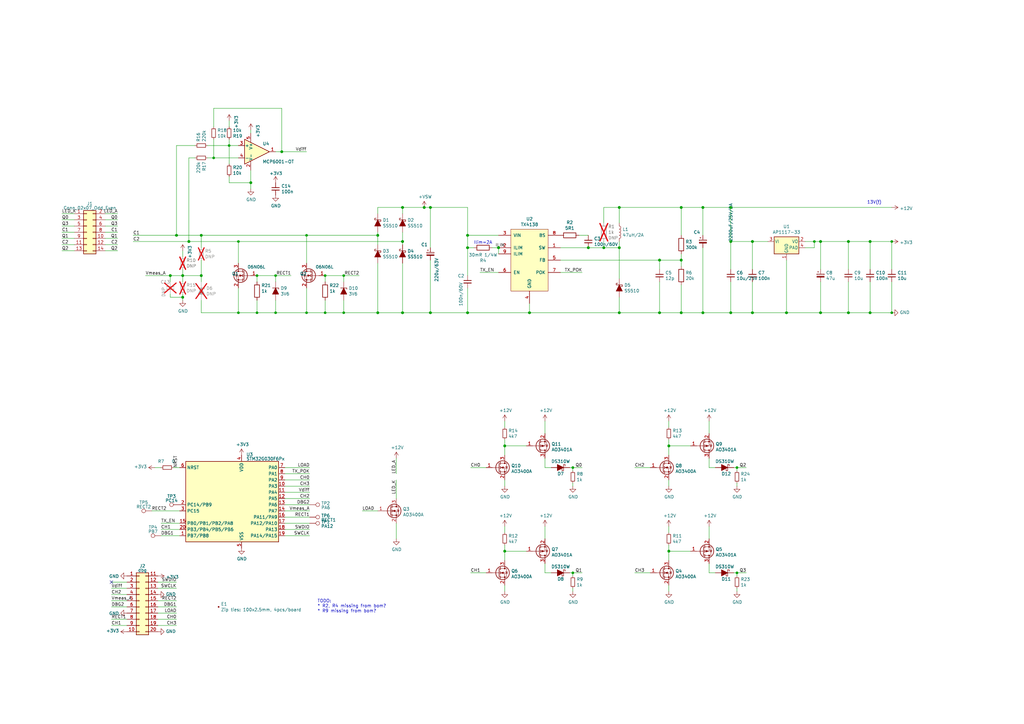
<source format=kicad_sch>
(kicad_sch (version 20230819) (generator eeschema)

  (uuid 90842322-b56e-42c7-bb4b-462bae6a0a0f)

  (paper "A3")

  

  (junction (at 115.57 62.23) (diameter 1.016) (color 0 0 0 0)
    (uuid 00cc906b-94ff-4ef1-b19a-71ac595d93fe)
  )
  (junction (at 365.76 99.06) (diameter 0) (color 0 0 0 0)
    (uuid 00f91b30-eb9b-4b90-9604-725f60942d68)
  )
  (junction (at 113.03 113.03) (diameter 0) (color 0 0 0 0)
    (uuid 016c9e0c-68fb-49ab-ac77-eb31e51dfaaf)
  )
  (junction (at 105.41 113.03) (diameter 0) (color 0 0 0 0)
    (uuid 12e8b267-a971-4e24-8cc0-af85c8ee8cc4)
  )
  (junction (at 191.77 128.27) (diameter 1.016) (color 0 0 0 0)
    (uuid 1327d99f-e9fa-4a85-aecd-91985894959a)
  )
  (junction (at 140.97 113.03) (diameter 0) (color 0 0 0 0)
    (uuid 14367394-2468-465c-be30-3c5e94dccae5)
  )
  (junction (at 279.4 106.68) (diameter 1.016) (color 0 0 0 0)
    (uuid 1902937b-befe-4123-b4c3-fc837aa5e5d4)
  )
  (junction (at 74.93 121.92) (diameter 1.016) (color 0 0 0 0)
    (uuid 1bf68dfc-8874-47b8-817b-b0affb58e7b0)
  )
  (junction (at 207.01 182.88) (diameter 1.016) (color 0 0 0 0)
    (uuid 21064c02-b0ac-496a-87b5-d520bc534e1e)
  )
  (junction (at 69.85 113.03) (diameter 1.016) (color 0 0 0 0)
    (uuid 283351ae-347d-4680-be1c-e87e74f4e7ea)
  )
  (junction (at 133.35 113.03) (diameter 0) (color 0 0 0 0)
    (uuid 2888d754-2474-46f5-9373-122c4624ed4b)
  )
  (junction (at 288.29 85.09) (diameter 1.016) (color 0 0 0 0)
    (uuid 2a88f9da-3805-4a1f-8c3b-69454956123c)
  )
  (junction (at 347.98 128.27) (diameter 1.016) (color 0 0 0 0)
    (uuid 2afe27cc-c49f-4ebe-beed-3c6430842a3b)
  )
  (junction (at 77.47 99.06) (diameter 1.016) (color 0 0 0 0)
    (uuid 2b33f74f-2642-44ae-83ec-cfd57d107f4f)
  )
  (junction (at 347.98 99.06) (diameter 1.016) (color 0 0 0 0)
    (uuid 2d69f821-f986-4dbf-8f87-796ac25d010f)
  )
  (junction (at 288.29 128.27) (diameter 1.016) (color 0 0 0 0)
    (uuid 2ed5b9ca-7757-4230-84bb-b68203afba62)
  )
  (junction (at 97.79 99.06) (diameter 0) (color 0 0 0 0)
    (uuid 317dee04-d1d4-4a51-86c2-ef4dd06ffdc2)
  )
  (junction (at 254 128.27) (diameter 1.016) (color 0 0 0 0)
    (uuid 34b5f812-9771-47f8-b48e-d792b87da0dd)
  )
  (junction (at 308.61 99.06) (diameter 1.016) (color 0 0 0 0)
    (uuid 3d6400e8-52cd-4b21-8156-923ae1f0d768)
  )
  (junction (at 254 101.6) (diameter 1.016) (color 0 0 0 0)
    (uuid 42672cda-16d5-4b8e-801a-71a91bdb6b3e)
  )
  (junction (at 204.47 101.6) (diameter 1.016) (color 0 0 0 0)
    (uuid 43c1aea0-a49e-4cf5-927d-6bd0b252f204)
  )
  (junction (at 74.93 113.03) (diameter 1.016) (color 0 0 0 0)
    (uuid 43c8bddf-7f8d-45ed-89ee-7bc2804578c8)
  )
  (junction (at 125.73 128.27) (diameter 0) (color 0 0 0 0)
    (uuid 45cfe143-5772-4835-ab05-6ded7d600384)
  )
  (junction (at 241.3 101.6) (diameter 1.016) (color 0 0 0 0)
    (uuid 46a590fe-b576-4adf-a2e8-d9aa59545de4)
  )
  (junction (at 165.1 99.06) (diameter 1.016) (color 0 0 0 0)
    (uuid 53440baf-0afc-4d67-b9cd-e57987a9dca1)
  )
  (junction (at 217.17 128.27) (diameter 1.016) (color 0 0 0 0)
    (uuid 54e52cfa-dd19-43c9-917f-e377742bc8b7)
  )
  (junction (at 299.72 85.09) (diameter 1.016) (color 0 0 0 0)
    (uuid 5f7d7031-7028-4240-ab1c-c2804370f15d)
  )
  (junction (at 308.61 128.27) (diameter 1.016) (color 0 0 0 0)
    (uuid 64c4fc00-dbfb-45e7-9035-e056555ef478)
  )
  (junction (at 102.87 74.93) (diameter 1.016) (color 0 0 0 0)
    (uuid 68dc07fb-fcdb-43c1-81cd-f8a710c7795d)
  )
  (junction (at 234.95 191.77) (diameter 0) (color 0 0 0 0)
    (uuid 6bfa5780-1ae3-488d-aa8a-c3878f1b3e1a)
  )
  (junction (at 82.55 113.03) (diameter 1.016) (color 0 0 0 0)
    (uuid 6e8ec351-e31c-443e-92dd-f6d598ac51ed)
  )
  (junction (at 191.77 96.52) (diameter 1.016) (color 0 0 0 0)
    (uuid 6ebb07f6-783d-4800-a555-14d6a44036f2)
  )
  (junction (at 93.98 59.69) (diameter 0) (color 0 0 0 0)
    (uuid 6f381564-de62-4c2c-a583-ea0695e12420)
  )
  (junction (at 87.63 64.77) (diameter 0) (color 0 0 0 0)
    (uuid 714904ed-ecb3-41bd-8f07-53327a25c3dc)
  )
  (junction (at 125.73 96.52) (diameter 0) (color 0 0 0 0)
    (uuid 73cd9081-c3e2-4955-807b-0c723bb54b69)
  )
  (junction (at 274.32 226.06) (diameter 1.016) (color 0 0 0 0)
    (uuid 7472d79f-b607-473b-888c-e7c59545bf82)
  )
  (junction (at 302.26 191.77) (diameter 0) (color 0 0 0 0)
    (uuid 78c1c6fd-2e97-4da0-935f-0334ebb4a204)
  )
  (junction (at 356.87 128.27) (diameter 1.016) (color 0 0 0 0)
    (uuid 78fa5cf0-9840-4520-bbd1-2e7a25e13f85)
  )
  (junction (at 72.39 96.52) (diameter 1.016) (color 0 0 0 0)
    (uuid 7924ebef-0aaa-4fe7-ae56-26cb09dab212)
  )
  (junction (at 302.26 234.95) (diameter 0) (color 0 0 0 0)
    (uuid 7a357f87-3dc6-44ba-b811-f057cdbb877c)
  )
  (junction (at 322.58 128.27) (diameter 1.016) (color 0 0 0 0)
    (uuid 7ef1e170-5280-40cd-a0fe-a46d4e29a256)
  )
  (junction (at 356.87 99.06) (diameter 1.016) (color 0 0 0 0)
    (uuid 8067e959-2748-48a7-8847-92b64bcb306d)
  )
  (junction (at 207.01 226.06) (diameter 1.016) (color 0 0 0 0)
    (uuid 8712d645-1cd0-47a9-baf5-20d3f536069c)
  )
  (junction (at 105.41 128.27) (diameter 0) (color 0 0 0 0)
    (uuid 889b27d8-536c-47b0-bd33-9582f0f7dbde)
  )
  (junction (at 279.4 128.27) (diameter 1.016) (color 0 0 0 0)
    (uuid 88f05e1a-c8da-42be-824c-0bb5aa61e9d1)
  )
  (junction (at 299.72 99.06) (diameter 1.016) (color 0 0 0 0)
    (uuid 8a3c99aa-e351-4ec1-b194-02bb44bad667)
  )
  (junction (at 140.97 128.27) (diameter 0) (color 0 0 0 0)
    (uuid 8d622ff6-c7c9-43b2-9c57-e5b884dddc7a)
  )
  (junction (at 176.53 85.09) (diameter 1.016) (color 0 0 0 0)
    (uuid 8da0fa22-1f86-4b8f-a385-424f5245125d)
  )
  (junction (at 336.55 128.27) (diameter 1.016) (color 0 0 0 0)
    (uuid 92610853-2bc9-47b4-a24d-4caf052d5722)
  )
  (junction (at 173.99 85.09) (diameter 1.016) (color 0 0 0 0)
    (uuid 92e18fa8-5e0c-483e-9c06-cc3ce9bb0c77)
  )
  (junction (at 133.35 128.27) (diameter 0) (color 0 0 0 0)
    (uuid 93d2b913-3a95-4fe7-aa6b-b97b64554212)
  )
  (junction (at 336.55 99.06) (diameter 1.016) (color 0 0 0 0)
    (uuid 971ade45-3405-4010-b0d9-d2a0b963a0c3)
  )
  (junction (at 334.01 99.06) (diameter 0) (color 0 0 0 0)
    (uuid 9f9b9c90-16e4-4ec2-8ff0-c392766e9265)
  )
  (junction (at 254 85.09) (diameter 1.016) (color 0 0 0 0)
    (uuid 9fd135a4-d2a3-4f5a-99a5-6117ffba28c0)
  )
  (junction (at 176.53 128.27) (diameter 1.016) (color 0 0 0 0)
    (uuid a4ebb50d-89e0-42bb-b691-a2f2811aed88)
  )
  (junction (at 165.1 128.27) (diameter 1.016) (color 0 0 0 0)
    (uuid ad426e06-2f48-455d-9ecd-ee8437b15806)
  )
  (junction (at 247.65 101.6) (diameter 1.016) (color 0 0 0 0)
    (uuid b35ccb72-e3fc-437b-a669-3fdadc868fa0)
  )
  (junction (at 113.03 128.27) (diameter 0) (color 0 0 0 0)
    (uuid b564a89d-3adb-475f-b949-1795b487923d)
  )
  (junction (at 299.72 128.27) (diameter 1.016) (color 0 0 0 0)
    (uuid b761cf99-692d-4b18-92b3-2a734cb1b597)
  )
  (junction (at 270.51 128.27) (diameter 1.016) (color 0 0 0 0)
    (uuid b8d7cb82-357f-4848-b37d-e537b96a848e)
  )
  (junction (at 165.1 85.09) (diameter 1.016) (color 0 0 0 0)
    (uuid b8e1a071-5b4a-4192-b1e0-d4c94845bf90)
  )
  (junction (at 191.77 101.6) (diameter 1.016) (color 0 0 0 0)
    (uuid c41e2113-072f-4de5-b1be-9d7970b651a8)
  )
  (junction (at 365.76 128.27) (diameter 0) (color 0 0 0 0)
    (uuid c67201bd-9c03-40de-9a04-b9348cd41c68)
  )
  (junction (at 270.51 106.68) (diameter 1.016) (color 0 0 0 0)
    (uuid c7c97226-3c88-4371-b911-f313077f135d)
  )
  (junction (at 154.94 96.52) (diameter 1.016) (color 0 0 0 0)
    (uuid d91c0d8a-e388-4583-8076-e8314c19f84c)
  )
  (junction (at 82.55 96.52) (diameter 1.016) (color 0 0 0 0)
    (uuid de3a52d8-d7b8-4f2d-93e0-9d393f779927)
  )
  (junction (at 279.4 85.09) (diameter 1.016) (color 0 0 0 0)
    (uuid de56d233-2140-41dc-9c69-5751ea963d8b)
  )
  (junction (at 97.79 128.27) (diameter 0) (color 0 0 0 0)
    (uuid e74cb637-6454-4680-a513-d28d6ff5f07a)
  )
  (junction (at 154.94 128.27) (diameter 1.016) (color 0 0 0 0)
    (uuid f2d37c0e-27c3-4d40-b51b-49c50feeabc1)
  )
  (junction (at 234.95 234.95) (diameter 0) (color 0 0 0 0)
    (uuid f8202761-7cff-4eb0-935f-31633ea133db)
  )
  (junction (at 274.32 182.88) (diameter 1.016) (color 0 0 0 0)
    (uuid faa23a6c-6bce-455d-a164-9fd53e584d0d)
  )

  (no_connect (at 45.72 238.76) (uuid 6ec045b9-a00b-4b44-a123-c9b8561bdd59))

  (wire (pts (xy 365.76 128.27) (xy 356.87 128.27))
    (stroke (width 0) (type solid))
    (uuid 01c24cb8-6c3a-4a51-b30e-f2ba9339a79d)
  )
  (wire (pts (xy 154.94 96.52) (xy 154.94 100.33))
    (stroke (width 0) (type solid))
    (uuid 044e7c6a-39b5-4829-8e8d-ae988b7db4e0)
  )
  (wire (pts (xy 300.99 234.95) (xy 302.26 234.95))
    (stroke (width 0) (type default))
    (uuid 054005ec-a5cf-4039-afc9-d19e6e601eae)
  )
  (wire (pts (xy 74.93 113.03) (xy 74.93 115.57))
    (stroke (width 0) (type solid))
    (uuid 0691af72-80be-434a-9300-3bca5fe45f23)
  )
  (wire (pts (xy 54.61 96.52) (xy 72.39 96.52))
    (stroke (width 0) (type solid))
    (uuid 06f615af-96c5-4de5-ace2-f38690361846)
  )
  (wire (pts (xy 72.39 96.52) (xy 82.55 96.52))
    (stroke (width 0) (type solid))
    (uuid 06f615af-96c5-4de5-ace2-f38690361847)
  )
  (wire (pts (xy 116.84 212.09) (xy 127 212.09))
    (stroke (width 0) (type solid))
    (uuid 07436276-823d-4b4a-a940-42252330a008)
  )
  (wire (pts (xy 45.72 243.84) (xy 52.07 243.84))
    (stroke (width 0) (type default))
    (uuid 0831ed35-cfe9-40a9-9584-b30d69d8703e)
  )
  (wire (pts (xy 64.77 254) (xy 72.39 254))
    (stroke (width 0) (type default))
    (uuid 0985611b-e5ee-4f53-b44b-7144dd758ceb)
  )
  (wire (pts (xy 322.58 128.27) (xy 308.61 128.27))
    (stroke (width 0) (type solid))
    (uuid 09a4eec4-14cc-4655-9a4c-b00853dcf7f3)
  )
  (wire (pts (xy 279.4 85.09) (xy 288.29 85.09))
    (stroke (width 0) (type solid))
    (uuid 09f0cabb-6d7e-44be-8ed4-d745b57b9089)
  )
  (wire (pts (xy 66.04 217.17) (xy 73.66 217.17))
    (stroke (width 0) (type default))
    (uuid 0a31ef22-ff67-4dff-9ec7-eacec99c97d4)
  )
  (wire (pts (xy 299.72 128.27) (xy 288.29 128.27))
    (stroke (width 0) (type solid))
    (uuid 0a83b3b4-188c-4cba-8759-05dc027d81d4)
  )
  (wire (pts (xy 176.53 85.09) (xy 173.99 85.09))
    (stroke (width 0) (type solid))
    (uuid 0bf9350f-2c54-4c5e-b94d-dc02587f9370)
  )
  (wire (pts (xy 154.94 128.27) (xy 165.1 128.27))
    (stroke (width 0) (type solid))
    (uuid 0e8065e7-53cc-4900-831d-0741accfd97f)
  )
  (wire (pts (xy 290.83 215.9) (xy 290.83 220.98))
    (stroke (width 0) (type solid))
    (uuid 0f80bbf9-086a-484d-ad5c-9ac8609c621a)
  )
  (wire (pts (xy 64.77 251.46) (xy 72.39 251.46))
    (stroke (width 0) (type default))
    (uuid 10832855-858f-4c48-ae92-f5384aa7098c)
  )
  (wire (pts (xy 191.77 118.11) (xy 191.77 128.27))
    (stroke (width 0) (type solid))
    (uuid 11b00183-50b8-41bc-8418-25168cd28d0a)
  )
  (wire (pts (xy 290.83 191.77) (xy 290.83 187.96))
    (stroke (width 0) (type solid))
    (uuid 12b3645c-d1e1-4a78-81c4-3bbc20677276)
  )
  (wire (pts (xy 97.79 99.06) (xy 165.1 99.06))
    (stroke (width 0) (type solid))
    (uuid 12b7478e-b13b-4786-b96e-f642f08d181e)
  )
  (wire (pts (xy 204.47 104.14) (xy 204.47 101.6))
    (stroke (width 0) (type solid))
    (uuid 1313a94d-6bcb-49f1-8a5b-47b68a03b43c)
  )
  (wire (pts (xy 127 219.71) (xy 116.84 219.71))
    (stroke (width 0) (type solid))
    (uuid 13fb9f4c-9f6b-43ee-8b8c-17d7cd6cf340)
  )
  (wire (pts (xy 125.73 128.27) (xy 133.35 128.27))
    (stroke (width 0) (type solid))
    (uuid 13fc0393-1319-46ae-b94c-8c44886117e9)
  )
  (wire (pts (xy 308.61 128.27) (xy 299.72 128.27))
    (stroke (width 0) (type solid))
    (uuid 14c16b42-81b4-4695-9be1-cd026541a324)
  )
  (wire (pts (xy 234.95 234.95) (xy 238.76 234.95))
    (stroke (width 0) (type default))
    (uuid 1515fe3b-1101-4943-a9f9-c0bbfef6e73d)
  )
  (wire (pts (xy 356.87 99.06) (xy 356.87 110.49))
    (stroke (width 0) (type solid))
    (uuid 154d80d6-f6b2-4773-9cbf-48182571d2fa)
  )
  (wire (pts (xy 204.47 101.6) (xy 201.93 101.6))
    (stroke (width 0) (type solid))
    (uuid 16421cfe-cf08-423a-9f03-12f8e3682638)
  )
  (wire (pts (xy 45.72 241.3) (xy 52.07 241.3))
    (stroke (width 0) (type default))
    (uuid 16bcc90b-f2b0-4d32-935c-f2ba90ae327e)
  )
  (wire (pts (xy 140.97 113.03) (xy 147.32 113.03))
    (stroke (width 0) (type default))
    (uuid 18a020f7-9473-419c-a639-6821261dc720)
  )
  (wire (pts (xy 105.41 128.27) (xy 113.03 128.27))
    (stroke (width 0) (type default))
    (uuid 19d6f95b-dd0d-4bfe-b08d-58eec75dad09)
  )
  (wire (pts (xy 279.4 104.14) (xy 279.4 106.68))
    (stroke (width 0) (type solid))
    (uuid 1a5c17ce-ab82-4457-acbb-496309d97da7)
  )
  (wire (pts (xy 93.98 74.93) (xy 102.87 74.93))
    (stroke (width 0) (type solid))
    (uuid 1a5f317b-68d6-4867-87b4-aa8b30883ed8)
  )
  (wire (pts (xy 82.55 96.52) (xy 125.73 96.52))
    (stroke (width 0) (type solid))
    (uuid 1cd7572b-68b5-43c1-a7eb-bb98a5a3d4a4)
  )
  (wire (pts (xy 270.51 128.27) (xy 279.4 128.27))
    (stroke (width 0) (type solid))
    (uuid 1ea1454c-c50e-4199-8b70-7dd034496198)
  )
  (wire (pts (xy 63.5 191.77) (xy 66.04 191.77))
    (stroke (width 0) (type solid))
    (uuid 200d132e-eecd-4055-b8c3-df0bb151078d)
  )
  (wire (pts (xy 260.35 234.95) (xy 266.7 234.95))
    (stroke (width 0) (type solid))
    (uuid 2096b6aa-457d-483a-9a63-d887d39f5af4)
  )
  (wire (pts (xy 87.63 57.15) (xy 87.63 64.77))
    (stroke (width 0) (type default))
    (uuid 224728eb-b82e-4ecf-a418-7fb78c185ac7)
  )
  (wire (pts (xy 127 196.85) (xy 116.84 196.85))
    (stroke (width 0) (type solid))
    (uuid 256b8991-53ed-4da8-8fde-b500b987a07a)
  )
  (wire (pts (xy 97.79 128.27) (xy 105.41 128.27))
    (stroke (width 0) (type solid))
    (uuid 26628e8c-1678-4853-b495-12e2b3fc02a2)
  )
  (wire (pts (xy 43.18 95.25) (xy 48.26 95.25))
    (stroke (width 0) (type default))
    (uuid 27fa9b32-03f9-474c-9299-cf0235680635)
  )
  (wire (pts (xy 347.98 128.27) (xy 336.55 128.27))
    (stroke (width 0) (type solid))
    (uuid 2865df10-a46c-4908-a353-d33c6b7cff81)
  )
  (wire (pts (xy 308.61 110.49) (xy 308.61 99.06))
    (stroke (width 0) (type solid))
    (uuid 29936564-6250-4d87-ad21-4f1377f60e56)
  )
  (wire (pts (xy 82.55 106.68) (xy 82.55 113.03))
    (stroke (width 0) (type solid))
    (uuid 29dfbbb2-b832-4b5f-b2e0-b7311c0726e6)
  )
  (wire (pts (xy 82.55 113.03) (xy 82.55 115.57))
    (stroke (width 0) (type solid))
    (uuid 29dfbbb2-b832-4b5f-b2e0-b7311c0726e7)
  )
  (wire (pts (xy 43.18 97.79) (xy 48.26 97.79))
    (stroke (width 0) (type default))
    (uuid 2d16f919-7ac0-450d-a72b-8a11bdf4605e)
  )
  (wire (pts (xy 314.96 99.06) (xy 308.61 99.06))
    (stroke (width 0) (type solid))
    (uuid 2deec536-33d5-4312-87f1-b372b4bd0e54)
  )
  (wire (pts (xy 336.55 128.27) (xy 322.58 128.27))
    (stroke (width 0) (type solid))
    (uuid 31c79e13-ce30-4539-8834-544679615872)
  )
  (wire (pts (xy 194.31 101.6) (xy 191.77 101.6))
    (stroke (width 0) (type solid))
    (uuid 32189493-d189-4d2f-b6e5-5c8dc3ad8605)
  )
  (wire (pts (xy 193.04 191.77) (xy 199.39 191.77))
    (stroke (width 0) (type solid))
    (uuid 32bf6e8f-d435-4428-b819-ae5600a6d455)
  )
  (wire (pts (xy 125.73 96.52) (xy 154.94 96.52))
    (stroke (width 0) (type solid))
    (uuid 3359a8ac-f755-49a9-8b3d-a45ac6541342)
  )
  (wire (pts (xy 43.18 100.33) (xy 48.26 100.33))
    (stroke (width 0) (type default))
    (uuid 348d5b47-1364-4dac-8c86-3e5948a61904)
  )
  (wire (pts (xy 274.32 186.69) (xy 274.32 182.88))
    (stroke (width 0) (type solid))
    (uuid 3510a570-8f3c-459f-9334-45a916b2248d)
  )
  (wire (pts (xy 25.4 100.33) (xy 30.48 100.33))
    (stroke (width 0) (type default))
    (uuid 35fdbb54-88f9-4925-9493-fc8a238797f1)
  )
  (wire (pts (xy 154.94 95.25) (xy 154.94 96.52))
    (stroke (width 0) (type solid))
    (uuid 362fa288-7d38-4aa2-ab1d-a5c5490c6c05)
  )
  (wire (pts (xy 116.84 209.55) (xy 127 209.55))
    (stroke (width 0) (type solid))
    (uuid 39683f85-0b43-4e1c-be95-30a5c5747ef2)
  )
  (wire (pts (xy 93.98 49.53) (xy 93.98 52.07))
    (stroke (width 0) (type solid))
    (uuid 3a6b68a7-a3a3-4904-a0b9-091e6f09d7a6)
  )
  (wire (pts (xy 302.26 191.77) (xy 306.07 191.77))
    (stroke (width 0) (type default))
    (uuid 3a72fc7a-9799-4b2e-b943-e5c7efc3e272)
  )
  (wire (pts (xy 247.65 101.6) (xy 254 101.6))
    (stroke (width 0) (type solid))
    (uuid 3b2fc435-b4b0-4405-9850-2a3a9a013051)
  )
  (wire (pts (xy 69.85 113.03) (xy 69.85 115.57))
    (stroke (width 0) (type solid))
    (uuid 3d5bdb1d-b5d5-4ded-a451-8416ba382e92)
  )
  (wire (pts (xy 82.55 123.19) (xy 82.55 128.27))
    (stroke (width 0) (type solid))
    (uuid 3ec5fe87-1c8e-47da-a101-1c06cdfde39a)
  )
  (wire (pts (xy 234.95 198.12) (xy 234.95 199.39))
    (stroke (width 0) (type default))
    (uuid 3ec98f6f-309d-4fca-a9f7-1ac33702d889)
  )
  (wire (pts (xy 237.49 96.52) (xy 241.3 96.52))
    (stroke (width 0) (type solid))
    (uuid 406dcf17-a685-4341-b040-d22c133e48d4)
  )
  (wire (pts (xy 66.04 214.63) (xy 73.66 214.63))
    (stroke (width 0) (type default))
    (uuid 40a49f4b-a72f-42fd-88d8-dc7f297f0115)
  )
  (wire (pts (xy 207.01 175.26) (xy 207.01 172.72))
    (stroke (width 0) (type solid))
    (uuid 41112fbd-d7c3-4202-b8a8-62f3d3d50c6e)
  )
  (wire (pts (xy 64.77 238.76) (xy 72.39 238.76))
    (stroke (width 0) (type default))
    (uuid 423c4001-18a2-4fc0-afc0-babc4b0583e0)
  )
  (wire (pts (xy 87.63 44.45) (xy 115.57 44.45))
    (stroke (width 0) (type solid))
    (uuid 42f17cd4-356f-43f8-992c-71c887b57219)
  )
  (wire (pts (xy 115.57 44.45) (xy 115.57 62.23))
    (stroke (width 0) (type solid))
    (uuid 42f17cd4-356f-43f8-992c-71c887b5721a)
  )
  (wire (pts (xy 115.57 62.23) (xy 113.03 62.23))
    (stroke (width 0) (type solid))
    (uuid 42f17cd4-356f-43f8-992c-71c887b5721b)
  )
  (wire (pts (xy 356.87 128.27) (xy 347.98 128.27))
    (stroke (width 0) (type solid))
    (uuid 43046446-49fa-436a-9fd2-a0c56d2bad21)
  )
  (wire (pts (xy 207.01 182.88) (xy 215.9 182.88))
    (stroke (width 0) (type solid))
    (uuid 476916b7-3479-44f4-97ad-c1d1438c6167)
  )
  (wire (pts (xy 93.98 72.39) (xy 93.98 74.93))
    (stroke (width 0) (type solid))
    (uuid 4a2a971b-d993-4f4e-8478-e386537c821f)
  )
  (wire (pts (xy 233.68 191.77) (xy 234.95 191.77))
    (stroke (width 0) (type default))
    (uuid 4b8de159-50fa-4dc4-b7f6-8c6f2818cb4c)
  )
  (wire (pts (xy 115.57 62.23) (xy 125.73 62.23))
    (stroke (width 0) (type solid))
    (uuid 4bc3f44d-e2bb-4d02-adbb-49f44a776e95)
  )
  (wire (pts (xy 290.83 172.72) (xy 290.83 177.8))
    (stroke (width 0) (type solid))
    (uuid 4c9b9a5f-7bb0-4cc3-8fca-a563e9d6703a)
  )
  (wire (pts (xy 125.73 118.11) (xy 125.73 128.27))
    (stroke (width 0) (type default))
    (uuid 4d030fec-df14-4f41-9fdb-2b8caecb758f)
  )
  (wire (pts (xy 336.55 115.57) (xy 336.55 128.27))
    (stroke (width 0) (type solid))
    (uuid 4d0d000f-3c61-45a1-913a-694af8fbd620)
  )
  (wire (pts (xy 45.72 256.54) (xy 52.07 256.54))
    (stroke (width 0) (type default))
    (uuid 4d4aad54-bc13-4e78-9e5c-d13ebd351fed)
  )
  (wire (pts (xy 207.01 215.9) (xy 207.01 218.44))
    (stroke (width 0) (type solid))
    (uuid 50cec011-4431-4531-93ae-206c8f52ff33)
  )
  (wire (pts (xy 279.4 106.68) (xy 279.4 109.22))
    (stroke (width 0) (type solid))
    (uuid 525cb87c-48ae-4b95-b731-a47c469d46fc)
  )
  (wire (pts (xy 176.53 106.68) (xy 176.53 128.27))
    (stroke (width 0) (type solid))
    (uuid 53758a06-8074-41fa-9ac4-c30151d37c51)
  )
  (wire (pts (xy 302.26 198.12) (xy 302.26 199.39))
    (stroke (width 0) (type default))
    (uuid 55a5830c-b797-4f34-8c8d-fc79c9eaf1c3)
  )
  (wire (pts (xy 241.3 101.6) (xy 247.65 101.6))
    (stroke (width 0) (type solid))
    (uuid 55adb160-e726-4c45-a843-2853d5de918a)
  )
  (wire (pts (xy 85.09 59.69) (xy 93.98 59.69))
    (stroke (width 0) (type solid))
    (uuid 55bd9601-d17b-4d47-bd72-0c9113bf3615)
  )
  (wire (pts (xy 223.52 191.77) (xy 223.52 187.96))
    (stroke (width 0) (type solid))
    (uuid 5742a023-b52b-4ef9-b175-4bb3fbf2e571)
  )
  (wire (pts (xy 45.72 248.92) (xy 52.07 248.92))
    (stroke (width 0) (type default))
    (uuid 57a4601b-4d2a-488b-8deb-811da661938c)
  )
  (wire (pts (xy 356.87 99.06) (xy 347.98 99.06))
    (stroke (width 0) (type solid))
    (uuid 57afa614-1b55-4918-a4d1-b81cd952eb67)
  )
  (wire (pts (xy 148.59 209.55) (xy 154.94 209.55))
    (stroke (width 0) (type solid))
    (uuid 595bf3a7-6af6-42ee-af59-23996ad4008e)
  )
  (wire (pts (xy 93.98 59.69) (xy 97.79 59.69))
    (stroke (width 0) (type solid))
    (uuid 599640fd-4706-4ca5-a40e-f49cea51e0db)
  )
  (wire (pts (xy 229.87 101.6) (xy 241.3 101.6))
    (stroke (width 0) (type solid))
    (uuid 59ee5663-b5c5-49eb-aeee-aba07a04e325)
  )
  (wire (pts (xy 217.17 124.46) (xy 217.17 128.27))
    (stroke (width 0) (type solid))
    (uuid 5a60d349-0d99-45ce-b8bf-aad03285adaf)
  )
  (wire (pts (xy 336.55 99.06) (xy 334.01 99.06))
    (stroke (width 0) (type solid))
    (uuid 5a97715e-530f-4eb3-844a-7b2efefcbd40)
  )
  (wire (pts (xy 254 99.06) (xy 254 101.6))
    (stroke (width 0) (type solid))
    (uuid 5aeb0357-7a3f-4580-8eee-0101d6484c6c)
  )
  (wire (pts (xy 140.97 123.19) (xy 140.97 128.27))
    (stroke (width 0) (type default))
    (uuid 5b7b2a1d-b443-4b20-be73-8ca5aef7e3b4)
  )
  (wire (pts (xy 74.93 110.49) (xy 74.93 113.03))
    (stroke (width 0) (type solid))
    (uuid 5c71cd73-41cc-464b-bba8-c0506fcb6de5)
  )
  (wire (pts (xy 279.4 106.68) (xy 270.51 106.68))
    (stroke (width 0) (type solid))
    (uuid 5f82998c-69f4-42ee-aa0d-e1d2dcd3d46a)
  )
  (wire (pts (xy 290.83 191.77) (xy 293.37 191.77))
    (stroke (width 0) (type solid))
    (uuid 6109699e-9e56-42eb-9949-8fdb1b08fb2e)
  )
  (wire (pts (xy 43.18 87.63) (xy 48.26 87.63))
    (stroke (width 0) (type default))
    (uuid 63623b97-c026-4678-9749-e6abdbbad4fb)
  )
  (wire (pts (xy 43.18 102.87) (xy 48.26 102.87))
    (stroke (width 0) (type default))
    (uuid 644b3896-8ea0-4f08-813b-e338e657db44)
  )
  (wire (pts (xy 226.06 191.77) (xy 223.52 191.77))
    (stroke (width 0) (type solid))
    (uuid 657deac9-ec70-4d3e-a191-4e4a9319e6c5)
  )
  (wire (pts (xy 162.56 214.63) (xy 162.56 220.98))
    (stroke (width 0) (type solid))
    (uuid 67618c21-7f6b-4628-8049-bbec4d7786a2)
  )
  (wire (pts (xy 127 191.77) (xy 116.84 191.77))
    (stroke (width 0) (type solid))
    (uuid 683298c4-14eb-4668-ab43-82379667c56c)
  )
  (wire (pts (xy 113.03 113.03) (xy 105.41 113.03))
    (stroke (width 0) (type default))
    (uuid 6c5e1d2d-1ebf-4919-b883-69baf63d8881)
  )
  (wire (pts (xy 176.53 101.6) (xy 176.53 85.09))
    (stroke (width 0) (type solid))
    (uuid 7301bfe5-2e07-4982-b803-25a2198ed3e8)
  )
  (wire (pts (xy 247.65 99.06) (xy 247.65 101.6))
    (stroke (width 0) (type solid))
    (uuid 74d9579b-67f5-4d2c-8de7-3264718c3e24)
  )
  (wire (pts (xy 77.47 64.77) (xy 77.47 99.06))
    (stroke (width 0) (type solid))
    (uuid 756c230b-8a1f-4e76-a998-611dbb8b398f)
  )
  (wire (pts (xy 80.01 64.77) (xy 77.47 64.77))
    (stroke (width 0) (type solid))
    (uuid 756c230b-8a1f-4e76-a998-611dbb8b3990)
  )
  (wire (pts (xy 191.77 113.03) (xy 191.77 101.6))
    (stroke (width 0) (type solid))
    (uuid 75f651de-80ad-4483-a574-73cfad5fd362)
  )
  (wire (pts (xy 260.35 191.77) (xy 266.7 191.77))
    (stroke (width 0) (type solid))
    (uuid 761a2422-4da2-4dff-aedf-5856aae94c26)
  )
  (wire (pts (xy 347.98 128.27) (xy 347.98 115.57))
    (stroke (width 0) (type solid))
    (uuid 763d190b-4214-43ba-a11b-feffed27982f)
  )
  (wire (pts (xy 274.32 180.34) (xy 274.32 182.88))
    (stroke (width 0) (type solid))
    (uuid 78937407-9fcf-4668-bb26-a1f5aa0edac7)
  )
  (wire (pts (xy 43.18 92.71) (xy 48.26 92.71))
    (stroke (width 0) (type default))
    (uuid 7968f50b-ec45-4c7b-825c-f2f48cbb30bb)
  )
  (wire (pts (xy 133.35 128.27) (xy 140.97 128.27))
    (stroke (width 0) (type solid))
    (uuid 7bd03d3d-5383-4f76-ac79-11c7bbdf3b84)
  )
  (wire (pts (xy 254 101.6) (xy 254 114.3))
    (stroke (width 0) (type solid))
    (uuid 7c1ae309-f706-48cd-b8fb-f1d2962e0a39)
  )
  (wire (pts (xy 207.01 223.52) (xy 207.01 226.06))
    (stroke (width 0) (type solid))
    (uuid 7d56c22d-6839-4c90-b5de-986a964866f6)
  )
  (wire (pts (xy 365.76 99.06) (xy 356.87 99.06))
    (stroke (width 0) (type solid))
    (uuid 7f24924b-8592-4a95-8a82-c3c9678e64fc)
  )
  (wire (pts (xy 64.77 248.92) (xy 72.39 248.92))
    (stroke (width 0) (type default))
    (uuid 7fae089c-47ad-42e0-983a-a7ed39baa853)
  )
  (wire (pts (xy 308.61 99.06) (xy 299.72 99.06))
    (stroke (width 0) (type solid))
    (uuid 7fd32b75-b478-4364-bc78-492ad98aad31)
  )
  (wire (pts (xy 274.32 229.87) (xy 274.32 226.06))
    (stroke (width 0) (type solid))
    (uuid 7fe4efb1-95d4-4352-9702-e707eebb891d)
  )
  (wire (pts (xy 176.53 128.27) (xy 191.77 128.27))
    (stroke (width 0) (type solid))
    (uuid 80459043-d446-4f9e-8484-41083848771b)
  )
  (wire (pts (xy 64.77 246.38) (xy 72.39 246.38))
    (stroke (width 0) (type default))
    (uuid 807cbc80-3aa6-442a-878f-fb7db281c500)
  )
  (wire (pts (xy 25.4 102.87) (xy 30.48 102.87))
    (stroke (width 0) (type default))
    (uuid 809250a6-9b38-458d-bf18-4cc7b049b895)
  )
  (wire (pts (xy 165.1 128.27) (xy 176.53 128.27))
    (stroke (width 0) (type solid))
    (uuid 846ed2b9-b45b-4c06-a267-6b06598364f1)
  )
  (wire (pts (xy 254 85.09) (xy 279.4 85.09))
    (stroke (width 0) (type solid))
    (uuid 8556b4dd-5d91-4f2e-bd11-718d9194296e)
  )
  (wire (pts (xy 25.4 97.79) (xy 30.48 97.79))
    (stroke (width 0) (type default))
    (uuid 8647bb59-9927-4c81-9b85-234efc861cae)
  )
  (wire (pts (xy 223.52 172.72) (xy 223.52 177.8))
    (stroke (width 0) (type solid))
    (uuid 86f7668f-3204-4495-9fe3-51a2778aa07b)
  )
  (wire (pts (xy 87.63 64.77) (xy 97.79 64.77))
    (stroke (width 0) (type solid))
    (uuid 8701c06c-dfc8-41da-bab8-50cb3862a807)
  )
  (wire (pts (xy 365.76 99.06) (xy 365.76 110.49))
    (stroke (width 0) (type solid))
    (uuid 87a2d0d5-8350-4b12-9ebe-17a2a0c3b11c)
  )
  (wire (pts (xy 322.58 128.27) (xy 322.58 106.68))
    (stroke (width 0) (type solid))
    (uuid 8879637a-db4d-4c77-bea3-ac9bdc9b5775)
  )
  (wire (pts (xy 66.04 219.71) (xy 73.66 219.71))
    (stroke (width 0) (type solid))
    (uuid 8a9bde97-c4a6-4d0b-b833-3130df94d535)
  )
  (wire (pts (xy 165.1 85.09) (xy 154.94 85.09))
    (stroke (width 0) (type solid))
    (uuid 8b2f42cc-2a01-4a7f-82f5-4a81b02b8f57)
  )
  (wire (pts (xy 207.01 180.34) (xy 207.01 182.88))
    (stroke (width 0) (type solid))
    (uuid 8ef75bff-67fe-4b78-b3a4-870ec25fd02b)
  )
  (wire (pts (xy 72.39 59.69) (xy 72.39 96.52))
    (stroke (width 0) (type solid))
    (uuid 8f9c9ec5-176c-4f0b-95f2-a684e3d2128f)
  )
  (wire (pts (xy 80.01 59.69) (xy 72.39 59.69))
    (stroke (width 0) (type solid))
    (uuid 8f9c9ec5-176c-4f0b-95f2-a684e3d21290)
  )
  (wire (pts (xy 62.23 209.55) (xy 73.66 209.55))
    (stroke (width 0) (type default))
    (uuid 946c5ae5-63f3-426b-b9f3-ef7055d9dd95)
  )
  (wire (pts (xy 97.79 118.11) (xy 97.79 128.27))
    (stroke (width 0) (type default))
    (uuid 94eb1f14-8a7e-4ef9-9143-0395eaf62eb4)
  )
  (wire (pts (xy 207.01 242.57) (xy 207.01 240.03))
    (stroke (width 0) (type solid))
    (uuid 95905f61-fc4f-4131-9c2b-8b63bbbd5b9d)
  )
  (wire (pts (xy 165.1 128.27) (xy 165.1 107.95))
    (stroke (width 0) (type solid))
    (uuid 95931420-2516-4345-83e4-e03b4494e8b9)
  )
  (wire (pts (xy 336.55 99.06) (xy 336.55 110.49))
    (stroke (width 0) (type solid))
    (uuid 962fe876-285b-43ed-9e57-cfad222b2ef8)
  )
  (wire (pts (xy 127 199.39) (xy 116.84 199.39))
    (stroke (width 0) (type solid))
    (uuid 977873c4-0304-43ff-8c6f-aab5b83c133b)
  )
  (wire (pts (xy 270.51 110.49) (xy 270.51 106.68))
    (stroke (width 0) (type solid))
    (uuid 981badb3-4b23-41a5-a262-2200799e4a10)
  )
  (wire (pts (xy 234.95 191.77) (xy 238.76 191.77))
    (stroke (width 0) (type default))
    (uuid 98e03abc-13b6-4fdb-87ce-37ec6ba19d60)
  )
  (wire (pts (xy 113.03 115.57) (xy 113.03 113.03))
    (stroke (width 0) (type default))
    (uuid 99509cbe-a79f-4f19-95ea-4a1fe4416491)
  )
  (wire (pts (xy 223.52 234.95) (xy 223.52 231.14))
    (stroke (width 0) (type solid))
    (uuid 9a3d4ad7-f164-4745-b38f-b75a88566437)
  )
  (wire (pts (xy 25.4 87.63) (xy 30.48 87.63))
    (stroke (width 0) (type default))
    (uuid 9b528524-c73b-44d2-9ba2-8290d87bfcb6)
  )
  (wire (pts (xy 330.2 101.6) (xy 334.01 101.6))
    (stroke (width 0) (type solid))
    (uuid 9ceca1f2-ad91-41fd-97a0-9a26eda3065a)
  )
  (wire (pts (xy 162.56 187.96) (xy 162.56 194.31))
    (stroke (width 0) (type default))
    (uuid 9ed67c58-541a-4ff6-b441-ce49564f1eb2)
  )
  (wire (pts (xy 45.72 246.38) (xy 52.07 246.38))
    (stroke (width 0) (type default))
    (uuid a0c48a28-5b9f-4915-a654-c62794b412f0)
  )
  (wire (pts (xy 247.65 85.09) (xy 247.65 91.44))
    (stroke (width 0) (type solid))
    (uuid a2680fae-211c-4b27-ac5e-9c54cb1fd5ef)
  )
  (wire (pts (xy 254 128.27) (xy 270.51 128.27))
    (stroke (width 0) (type solid))
    (uuid a26e6746-fd51-4c19-84cb-ab2dd01f60cb)
  )
  (wire (pts (xy 59.69 113.03) (xy 69.85 113.03))
    (stroke (width 0) (type solid))
    (uuid a2cb1101-dfdf-4de5-895e-930718893668)
  )
  (wire (pts (xy 69.85 113.03) (xy 74.93 113.03))
    (stroke (width 0) (type solid))
    (uuid a2cb1101-dfdf-4de5-895e-930718893669)
  )
  (wire (pts (xy 74.93 113.03) (xy 82.55 113.03))
    (stroke (width 0) (type solid))
    (uuid a2cb1101-dfdf-4de5-895e-93071889366a)
  )
  (wire (pts (xy 140.97 113.03) (xy 133.35 113.03))
    (stroke (width 0) (type default))
    (uuid a5c43384-cd2e-4b90-a6d4-6b4e8ae0ef10)
  )
  (wire (pts (xy 274.32 172.72) (xy 274.32 175.26))
    (stroke (width 0) (type solid))
    (uuid a60f5ccd-b22e-4a47-9dbf-c67eac7c6fde)
  )
  (wire (pts (xy 191.77 96.52) (xy 204.47 96.52))
    (stroke (width 0) (type solid))
    (uuid a6888cd9-0e3a-4016-93c0-6025a0b38b98)
  )
  (wire (pts (xy 165.1 87.63) (xy 165.1 85.09))
    (stroke (width 0) (type solid))
    (uuid a6c72836-33d5-4497-b918-ee240edc5f62)
  )
  (wire (pts (xy 25.4 90.17) (xy 30.48 90.17))
    (stroke (width 0) (type default))
    (uuid a78242f5-e719-405f-b09c-5657823adeb5)
  )
  (wire (pts (xy 300.99 191.77) (xy 302.26 191.77))
    (stroke (width 0) (type default))
    (uuid a92496bf-367c-4bb3-97fc-53765bc9bbab)
  )
  (wire (pts (xy 191.77 96.52) (xy 191.77 85.09))
    (stroke (width 0) (type solid))
    (uuid a92711a8-f3ae-41ce-a3bd-4ee0634d1e2d)
  )
  (wire (pts (xy 105.41 113.03) (xy 105.41 115.57))
    (stroke (width 0) (type default))
    (uuid a9977243-9dff-42ad-8b74-acf8ca5f6ad3)
  )
  (wire (pts (xy 74.93 102.87) (xy 74.93 105.41))
    (stroke (width 0) (type solid))
    (uuid aa7952cc-166c-4845-95d4-e06c5049b93f)
  )
  (wire (pts (xy 234.95 234.95) (xy 234.95 236.22))
    (stroke (width 0) (type default))
    (uuid aaf6476a-a6bc-4bd8-99c0-b60e4adc8524)
  )
  (wire (pts (xy 127 217.17) (xy 116.84 217.17))
    (stroke (width 0) (type solid))
    (uuid ab922c52-d141-44a7-b796-cc7d3399a812)
  )
  (wire (pts (xy 191.77 128.27) (xy 217.17 128.27))
    (stroke (width 0) (type solid))
    (uuid abc5132f-fc2b-47c5-9ac7-0baab2c2adb5)
  )
  (wire (pts (xy 154.94 85.09) (xy 154.94 87.63))
    (stroke (width 0) (type solid))
    (uuid abcecedf-1b33-49e5-9301-7bb359f70b3b)
  )
  (wire (pts (xy 347.98 99.06) (xy 336.55 99.06))
    (stroke (width 0) (type solid))
    (uuid ae1bb61b-bc28-42dc-84ae-83b5ec306fc5)
  )
  (wire (pts (xy 113.03 113.03) (xy 119.38 113.03))
    (stroke (width 0) (type default))
    (uuid ae20f153-5a1f-4c41-8af2-1e864903a49f)
  )
  (wire (pts (xy 288.29 85.09) (xy 299.72 85.09))
    (stroke (width 0) (type solid))
    (uuid ae87ac1b-46d6-4df0-8e0b-00c339c1417e)
  )
  (wire (pts (xy 288.29 128.27) (xy 288.29 101.6))
    (stroke (width 0) (type solid))
    (uuid b0bddd31-9c83-4ec7-a18f-c8f731e5356e)
  )
  (wire (pts (xy 299.72 99.06) (xy 299.72 110.49))
    (stroke (width 0) (type solid))
    (uuid b1e75810-d4d4-4b3d-b2a2-c844177f9a14)
  )
  (wire (pts (xy 288.29 96.52) (xy 288.29 85.09))
    (stroke (width 0) (type solid))
    (uuid b20a5ef0-f88e-420a-8e3f-2bf94d04f8af)
  )
  (wire (pts (xy 105.41 123.19) (xy 105.41 128.27))
    (stroke (width 0) (type default))
    (uuid b3b9ef0d-b395-47aa-a506-9cdce9fa1a8c)
  )
  (wire (pts (xy 64.77 256.54) (xy 72.39 256.54))
    (stroke (width 0) (type default))
    (uuid b3baf20c-1a87-47fc-a681-c69e8e292c89)
  )
  (wire (pts (xy 223.52 215.9) (xy 223.52 220.98))
    (stroke (width 0) (type solid))
    (uuid b4cda3b0-87df-4b9c-b8e5-e5fd47b3765d)
  )
  (wire (pts (xy 270.51 106.68) (xy 229.87 106.68))
    (stroke (width 0) (type solid))
    (uuid b62dc295-075d-46e5-aa8c-b647d4845bef)
  )
  (wire (pts (xy 127 207.01) (xy 116.84 207.01))
    (stroke (width 0) (type solid))
    (uuid b6709d65-bc06-4cda-8de0-9f979223a7fa)
  )
  (wire (pts (xy 229.87 111.76) (xy 238.76 111.76))
    (stroke (width 0) (type solid))
    (uuid b7626b5b-05a4-40f0-817e-ede355bce018)
  )
  (wire (pts (xy 293.37 234.95) (xy 290.83 234.95))
    (stroke (width 0) (type solid))
    (uuid b78e80ca-9c56-407e-a86c-613eb0ab9bdf)
  )
  (wire (pts (xy 116.84 204.47) (xy 127 204.47))
    (stroke (width 0) (type solid))
    (uuid b92911e0-e75c-416f-8623-767b6129f051)
  )
  (wire (pts (xy 234.95 241.3) (xy 234.95 242.57))
    (stroke (width 0) (type default))
    (uuid bbb394d4-b1bf-4883-919c-afb4042335c2)
  )
  (wire (pts (xy 93.98 57.15) (xy 93.98 59.69))
    (stroke (width 0) (type default))
    (uuid bccbdc40-1a51-4f15-8f13-b860c316e1c3)
  )
  (wire (pts (xy 299.72 115.57) (xy 299.72 128.27))
    (stroke (width 0) (type solid))
    (uuid bda8130d-6253-4e68-a94d-f22a370f3837)
  )
  (wire (pts (xy 302.26 241.3) (xy 302.26 242.57))
    (stroke (width 0) (type default))
    (uuid bdebeffc-5e92-4daa-b83a-44c75c3f5819)
  )
  (wire (pts (xy 254 121.92) (xy 254 128.27))
    (stroke (width 0) (type solid))
    (uuid be5a7e33-f49d-4247-a68a-65eb91a32876)
  )
  (wire (pts (xy 274.32 182.88) (xy 283.21 182.88))
    (stroke (width 0) (type solid))
    (uuid bef7445a-81ba-436e-9d26-31a830de4cf0)
  )
  (wire (pts (xy 290.83 234.95) (xy 290.83 231.14))
    (stroke (width 0) (type solid))
    (uuid befb98d4-66e5-4b93-a08c-95721ce4e586)
  )
  (wire (pts (xy 274.32 199.39) (xy 274.32 196.85))
    (stroke (width 0) (type solid))
    (uuid bf5800a2-75df-40ff-b4fe-a53dc6dd2bc4)
  )
  (wire (pts (xy 207.01 186.69) (xy 207.01 182.88))
    (stroke (width 0) (type solid))
    (uuid bf7eedad-1f84-4859-a1af-05e06bb8bb54)
  )
  (wire (pts (xy 125.73 96.52) (xy 125.73 107.95))
    (stroke (width 0) (type default))
    (uuid c09301ab-bbb0-4de6-94e8-e77abf1dd944)
  )
  (wire (pts (xy 302.26 191.77) (xy 302.26 193.04))
    (stroke (width 0) (type default))
    (uuid c0d75ebf-ddd1-4136-a423-f0754e494239)
  )
  (wire (pts (xy 176.53 85.09) (xy 191.77 85.09))
    (stroke (width 0) (type solid))
    (uuid c3116d2b-9a37-411e-8904-f0c2d4507d99)
  )
  (wire (pts (xy 45.72 254) (xy 52.07 254))
    (stroke (width 0) (type default))
    (uuid c4c41a0e-ce19-4d51-8e37-9a6f70be8428)
  )
  (wire (pts (xy 127 201.93) (xy 116.84 201.93))
    (stroke (width 0) (type solid))
    (uuid c4c75bd4-43d0-4805-af2b-bca75eb61623)
  )
  (wire (pts (xy 64.77 241.3) (xy 72.39 241.3))
    (stroke (width 0) (type default))
    (uuid c503e0d8-db90-4b75-9662-9342980b1d4d)
  )
  (wire (pts (xy 140.97 115.57) (xy 140.97 113.03))
    (stroke (width 0) (type default))
    (uuid c6060517-9f7f-4ca8-963b-013f83f73b95)
  )
  (wire (pts (xy 299.72 85.09) (xy 365.76 85.09))
    (stroke (width 0) (type solid))
    (uuid c6a1e12f-bb9c-4d36-889a-e472e90ad20e)
  )
  (wire (pts (xy 193.04 234.95) (xy 199.39 234.95))
    (stroke (width 0) (type solid))
    (uuid c6af0e4a-a7a2-4c26-9d72-5f7443ab2dcd)
  )
  (wire (pts (xy 154.94 107.95) (xy 154.94 128.27))
    (stroke (width 0) (type solid))
    (uuid c6de987e-939c-4a30-91cf-f5285ab43898)
  )
  (wire (pts (xy 207.01 226.06) (xy 215.9 226.06))
    (stroke (width 0) (type solid))
    (uuid c83dba7c-bb7c-498d-8ebb-bb471f15dbe1)
  )
  (wire (pts (xy 299.72 85.09) (xy 299.72 99.06))
    (stroke (width 0) (type solid))
    (uuid c8c957ed-3dd8-4717-8e6d-4c8927a06510)
  )
  (wire (pts (xy 365.76 115.57) (xy 365.76 128.27))
    (stroke (width 0) (type solid))
    (uuid c93365cd-9a3f-4d3e-9bf7-b02ecc3a4ba9)
  )
  (wire (pts (xy 226.06 234.95) (xy 223.52 234.95))
    (stroke (width 0) (type solid))
    (uuid cc3cfab0-59ef-4de2-9e91-0d36274e7750)
  )
  (wire (pts (xy 247.65 85.09) (xy 254 85.09))
    (stroke (width 0) (type solid))
    (uuid ce25a2e9-3290-416f-9aa8-5cc6452475f2)
  )
  (wire (pts (xy 274.32 223.52) (xy 274.32 226.06))
    (stroke (width 0) (type solid))
    (uuid ce55d4ca-2293-4360-989e-444f983bf48f)
  )
  (wire (pts (xy 116.84 194.31) (xy 127 194.31))
    (stroke (width 0) (type solid))
    (uuid ce6efcb1-cb8f-489b-a1e7-ccab51dd1f51)
  )
  (wire (pts (xy 140.97 128.27) (xy 154.94 128.27))
    (stroke (width 0) (type solid))
    (uuid d16ce38d-6da7-486e-a9f9-d42c61e8f400)
  )
  (wire (pts (xy 217.17 128.27) (xy 254 128.27))
    (stroke (width 0) (type solid))
    (uuid d248ef83-ef05-4e45-8d39-c2e4cc9bbf83)
  )
  (wire (pts (xy 87.63 52.07) (xy 87.63 44.45))
    (stroke (width 0) (type solid))
    (uuid d2dd41db-901c-4d88-82c7-0a01e59b2a28)
  )
  (wire (pts (xy 102.87 53.34) (xy 102.87 54.61))
    (stroke (width 0) (type solid))
    (uuid d2dd41db-901c-4d88-82c7-0a01e59b2a29)
  )
  (wire (pts (xy 54.61 99.06) (xy 77.47 99.06))
    (stroke (width 0) (type solid))
    (uuid d37795f9-4f11-4ee2-84c4-25d53fdf58be)
  )
  (wire (pts (xy 77.47 99.06) (xy 97.79 99.06))
    (stroke (width 0) (type solid))
    (uuid d37795f9-4f11-4ee2-84c4-25d53fdf58bf)
  )
  (wire (pts (xy 274.32 226.06) (xy 283.21 226.06))
    (stroke (width 0) (type solid))
    (uuid d535d573-4853-46fe-9479-f8272b9078a0)
  )
  (wire (pts (xy 25.4 92.71) (xy 30.48 92.71))
    (stroke (width 0) (type default))
    (uuid d5820cf7-2eaa-4521-8043-e254b0074327)
  )
  (wire (pts (xy 45.72 238.76) (xy 52.07 238.76))
    (stroke (width 0) (type default))
    (uuid d5e3367a-823a-4f53-bd5f-c76dfd0f1ff2)
  )
  (wire (pts (xy 279.4 116.84) (xy 279.4 128.27))
    (stroke (width 0) (type solid))
    (uuid d6e796a8-e775-42c0-830e-021d7618214d)
  )
  (wire (pts (xy 133.35 113.03) (xy 133.35 115.57))
    (stroke (width 0) (type default))
    (uuid d74d54e6-9006-4152-a69d-c6e0d48cff2a)
  )
  (wire (pts (xy 356.87 115.57) (xy 356.87 128.27))
    (stroke (width 0) (type solid))
    (uuid d7c38bb2-ef7c-43ce-89e5-3ff9841bc162)
  )
  (wire (pts (xy 334.01 99.06) (xy 330.2 99.06))
    (stroke (width 0) (type solid))
    (uuid d8a757fe-393c-4ffa-9004-6fd88177787b)
  )
  (wire (pts (xy 25.4 95.25) (xy 30.48 95.25))
    (stroke (width 0) (type default))
    (uuid d8f99408-0606-43a4-8347-de6426f7f843)
  )
  (wire (pts (xy 97.79 99.06) (xy 97.79 107.95))
    (stroke (width 0) (type default))
    (uuid da5a422e-e81b-4a34-b7a3-06e720bedf6b)
  )
  (wire (pts (xy 102.87 69.85) (xy 102.87 74.93))
    (stroke (width 0) (type solid))
    (uuid dcc816e7-260e-4192-aa85-c419294dcff8)
  )
  (wire (pts (xy 102.87 74.93) (xy 102.87 77.47))
    (stroke (width 0) (type solid))
    (uuid dcc816e7-260e-4192-aa85-c419294dcff9)
  )
  (wire (pts (xy 43.18 90.17) (xy 48.26 90.17))
    (stroke (width 0) (type default))
    (uuid dd71c45e-ac3c-43ca-b047-f367b80e142d)
  )
  (wire (pts (xy 302.26 234.95) (xy 306.07 234.95))
    (stroke (width 0) (type default))
    (uuid dd7bad88-8470-49d4-98e3-3ea211a43c73)
  )
  (wire (pts (xy 165.1 95.25) (xy 165.1 99.06))
    (stroke (width 0) (type solid))
    (uuid ddbfcac1-e26f-4f0d-af47-adc02beedcdf)
  )
  (wire (pts (xy 113.03 128.27) (xy 125.73 128.27))
    (stroke (width 0) (type default))
    (uuid dee465ec-735b-4976-913a-118375bde29b)
  )
  (wire (pts (xy 233.68 234.95) (xy 234.95 234.95))
    (stroke (width 0) (type default))
    (uuid dfcd6d4b-f9e3-4ae6-8459-c3ba01a2b860)
  )
  (wire (pts (xy 274.32 215.9) (xy 274.32 218.44))
    (stroke (width 0) (type solid))
    (uuid e04e5865-5c75-4b82-ab0a-bd0de4856d82)
  )
  (wire (pts (xy 165.1 85.09) (xy 173.99 85.09))
    (stroke (width 0) (type solid))
    (uuid e0975ad5-f3b8-472c-b7ba-fb255e95b6a2)
  )
  (wire (pts (xy 308.61 128.27) (xy 308.61 115.57))
    (stroke (width 0) (type solid))
    (uuid e20e1a64-7790-40fb-8180-1a8b2a64b734)
  )
  (wire (pts (xy 82.55 128.27) (xy 97.79 128.27))
    (stroke (width 0) (type solid))
    (uuid e20fd569-e0b8-4de4-9d41-1aa82373ca77)
  )
  (wire (pts (xy 270.51 115.57) (xy 270.51 128.27))
    (stroke (width 0) (type solid))
    (uuid e309e033-b4ad-44df-b115-2452400b6a0a)
  )
  (wire (pts (xy 69.85 121.92) (xy 69.85 120.65))
    (stroke (width 0) (type solid))
    (uuid e4c6411b-4b5d-473d-b1db-5f96a25d2bee)
  )
  (wire (pts (xy 74.93 121.92) (xy 69.85 121.92))
    (stroke (width 0) (type solid))
    (uuid e4c6411b-4b5d-473d-b1db-5f96a25d2bef)
  )
  (wire (pts (xy 85.09 64.77) (xy 87.63 64.77))
    (stroke (width 0) (type solid))
    (uuid e5544940-e483-46f4-9655-be2391ea1f2b)
  )
  (wire (pts (xy 162.56 196.85) (xy 162.56 204.47))
    (stroke (width 0) (type default))
    (uuid e748fdf9-4ac5-4367-9b6d-8024eb9c8d0a)
  )
  (wire (pts (xy 74.93 120.65) (xy 74.93 121.92))
    (stroke (width 0) (type solid))
    (uuid e8aca27c-7e21-4238-bc2e-c7b0d1a57f04)
  )
  (wire (pts (xy 74.93 121.92) (xy 74.93 123.19))
    (stroke (width 0) (type solid))
    (uuid e8aca27c-7e21-4238-bc2e-c7b0d1a57f05)
  )
  (wire (pts (xy 274.32 242.57) (xy 274.32 240.03))
    (stroke (width 0) (type solid))
    (uuid e9565386-697f-4c55-b6b2-a6dae565b92f)
  )
  (wire (pts (xy 347.98 99.06) (xy 347.98 110.49))
    (stroke (width 0) (type solid))
    (uuid ea7659dd-1cff-45d5-89c3-eefcaa02a4b2)
  )
  (wire (pts (xy 234.95 191.77) (xy 234.95 193.04))
    (stroke (width 0) (type default))
    (uuid ea8c7f19-ddb4-44cf-8d9b-574b523dd3e6)
  )
  (wire (pts (xy 334.01 99.06) (xy 334.01 101.6))
    (stroke (width 0) (type default))
    (uuid edce92b4-2508-48bb-802d-2e6b9cd675bd)
  )
  (wire (pts (xy 254 91.44) (xy 254 85.09))
    (stroke (width 0) (type solid))
    (uuid ef632ffa-1102-447b-ada1-ed19fb5d5206)
  )
  (wire (pts (xy 207.01 229.87) (xy 207.01 226.06))
    (stroke (width 0) (type solid))
    (uuid efcf8533-f8a5-4a40-8a74-6096179a597c)
  )
  (wire (pts (xy 279.4 128.27) (xy 288.29 128.27))
    (stroke (width 0) (type solid))
    (uuid f0af59f1-e863-4b74-9765-b39216199d29)
  )
  (wire (pts (xy 196.85 111.76) (xy 204.47 111.76))
    (stroke (width 0) (type solid))
    (uuid f30f2e4c-8404-439c-a766-636e3532aa24)
  )
  (wire (pts (xy 302.26 234.95) (xy 302.26 236.22))
    (stroke (width 0) (type default))
    (uuid f653e4bb-7583-47ad-bd0e-93516ff993e4)
  )
  (wire (pts (xy 165.1 99.06) (xy 165.1 100.33))
    (stroke (width 0) (type solid))
    (uuid f666d362-ecd9-49bd-b9ec-6b5a34b21634)
  )
  (wire (pts (xy 71.12 191.77) (xy 73.66 191.77))
    (stroke (width 0) (type solid))
    (uuid f6bdc837-9415-4d3e-b4c3-9b819b2241dd)
  )
  (wire (pts (xy 82.55 101.6) (xy 82.55 96.52))
    (stroke (width 0) (type solid))
    (uuid f6d81c67-d475-4af0-be36-40b36a2213e0)
  )
  (wire (pts (xy 207.01 199.39) (xy 207.01 196.85))
    (stroke (width 0) (type solid))
    (uuid f95ebdff-c11c-42c8-ae53-ca698d258528)
  )
  (wire (pts (xy 279.4 96.52) (xy 279.4 85.09))
    (stroke (width 0) (type solid))
    (uuid f9a297ba-33eb-4f2e-ad14-63de53ee1d21)
  )
  (wire (pts (xy 133.35 123.19) (xy 133.35 128.27))
    (stroke (width 0) (type default))
    (uuid fac9ca77-01eb-457d-a7e9-02644a811ef7)
  )
  (wire (pts (xy 113.03 123.19) (xy 113.03 128.27))
    (stroke (width 0) (type default))
    (uuid fb7642c6-b279-4693-9066-c9f5ff7441af)
  )
  (wire (pts (xy 116.84 214.63) (xy 127 214.63))
    (stroke (width 0) (type solid))
    (uuid fcacbb4a-d91f-4a36-8ed5-8b93d35c9f9a)
  )
  (wire (pts (xy 191.77 96.52) (xy 191.77 101.6))
    (stroke (width 0) (type solid))
    (uuid fda154b4-67ec-41e1-8fee-a6ee4da2d764)
  )
  (wire (pts (xy 93.98 59.69) (xy 93.98 67.31))
    (stroke (width 0) (type default))
    (uuid ff1e429f-6e20-4c9e-b171-d7ba699fbfc9)
  )

  (text "13V(!)" (exclude_from_sim no)
 (at 355.6 83.82 0)
    (effects (font (size 1.27 1.27)) (justify left bottom))
    (uuid 0c173991-5c08-4160-982d-f13fa19022fa)
  )
  (text "TODO:\n* R2, R4 missing from bom?\n* R9 missing from bom?" (exclude_from_sim no)

    (at 130.175 251.46 0)
    (effects (font (size 1.27 1.27)) (justify left bottom))
    (uuid 15a5e320-b7f4-49e7-8f9d-0e816c865c17)
  )
  (text "Ilim=2A" (exclude_from_sim no)
 (at 201.93 100.33 0)
    (effects (font (size 1.27 1.27)) (justify right bottom))
    (uuid bf087ef6-8191-407d-936a-b2bf1e21813f)
  )

  (label "C2" (at 48.26 100.33 180) (fields_autoplaced)
    (effects (font (size 1.27 1.27)) (justify right bottom))
    (uuid 0277ae17-f043-4eb3-b634-fdd000572e68)
  )
  (label "DBG1" (at 72.39 248.92 180) (fields_autoplaced)
    (effects (font (size 1.27 1.27)) (justify right bottom))
    (uuid 06bbe1e0-9fb0-4aba-81e0-31ec52eb15ee)
  )
  (label "Q2" (at 25.4 102.87 0) (fields_autoplaced)
    (effects (font (size 1.27 1.27)) (justify left bottom))
    (uuid 090fa8c8-173f-4e63-a573-768f8662faee)
  )
  (label "Q2" (at 306.07 191.77 180) (fields_autoplaced)
    (effects (font (size 1.27 1.27)) (justify right bottom))
    (uuid 0c9e22cc-e6e8-43e0-83dc-772ebe2930c7)
  )
  (label "CH0" (at 127 196.85 180) (fields_autoplaced)
    (effects (font (size 1.27 1.27)) (justify right bottom))
    (uuid 112d4a4a-44e8-42eb-b002-2f8f577b7f39)
  )
  (label "RECT2" (at 72.39 246.38 180) (fields_autoplaced)
    (effects (font (size 1.27 1.27)) (justify right bottom))
    (uuid 20adbc66-a3a7-47a3-a54d-f4982e780bd9)
  )
  (label "LOAD" (at 127 191.77 180) (fields_autoplaced)
    (effects (font (size 1.27 1.27)) (justify right bottom))
    (uuid 20dbc7f5-e9f6-4b6d-b3ec-6ed5d5bbb2e5)
  )
  (label "LED_A" (at 48.26 87.63 180) (fields_autoplaced)
    (effects (font (size 1.27 1.27)) (justify right bottom))
    (uuid 27982aec-7ccc-49e5-8f59-5375aedb82ea)
  )
  (label "C2" (at 25.4 100.33 0) (fields_autoplaced)
    (effects (font (size 1.27 1.27)) (justify left bottom))
    (uuid 28645f47-46d4-4f76-b1d0-073c84101cd7)
  )
  (label "NRST" (at 73.025 191.77 90) (fields_autoplaced)
    (effects (font (size 1.27 1.27)) (justify left bottom))
    (uuid 2cc0bd44-055c-455c-9ce8-19a7d3c3462e)
  )
  (label "Q3" (at 48.26 92.71 180) (fields_autoplaced)
    (effects (font (size 1.27 1.27)) (justify right bottom))
    (uuid 2d5cfcf8-866f-405e-b8cb-00dd22d6a4d2)
  )
  (label "CH0" (at 72.39 254 180) (fields_autoplaced)
    (effects (font (size 1.27 1.27)) (justify right bottom))
    (uuid 3091ec52-0197-4d1d-b38b-2eb6dc57f762)
  )
  (label "RECT1" (at 127 212.09 180) (fields_autoplaced)
    (effects (font (size 1.27 1.27)) (justify right bottom))
    (uuid 31bf955c-d0bd-4173-80c5-1f3666ae8d47)
  )
  (label "CH0" (at 193.04 191.77 0) (fields_autoplaced)
    (effects (font (size 1.27 1.27)) (justify left bottom))
    (uuid 334a63f6-2ef6-4579-8380-40e3b34097f3)
  )
  (label "ILIM" (at 203.2 101.6 0) (fields_autoplaced)
    (effects (font (size 1.27 1.27)) (justify left bottom))
    (uuid 3bef1742-25a6-4ae8-944a-d3e52b20f011)
  )
  (label "TX_EN" (at 196.85 111.76 0) (fields_autoplaced)
    (effects (font (size 1.27 1.27)) (justify left bottom))
    (uuid 3d3eb366-53a9-4755-bd97-332bbac5632f)
  )
  (label "Q3" (at 306.07 234.95 180) (fields_autoplaced)
    (effects (font (size 1.27 1.27)) (justify right bottom))
    (uuid 41437e96-b733-413e-82f9-a97f91357d57)
  )
  (label "Q2" (at 48.26 102.87 180) (fields_autoplaced)
    (effects (font (size 1.27 1.27)) (justify right bottom))
    (uuid 41d1b808-1056-4e17-9824-472864ec6f6f)
  )
  (label "SWDIO" (at 72.39 238.76 180) (fields_autoplaced)
    (effects (font (size 1.27 1.27)) (justify right bottom))
    (uuid 45809232-f0d8-4539-b904-aed8dc897f19)
  )
  (label "Q0" (at 238.76 191.77 180) (fields_autoplaced)
    (effects (font (size 1.27 1.27)) (justify right bottom))
    (uuid 49e41d53-6fbf-4314-9aac-b54c074dea89)
  )
  (label "Q0" (at 48.26 90.17 180) (fields_autoplaced)
    (effects (font (size 1.27 1.27)) (justify right bottom))
    (uuid 4b5af2bf-f8a8-43fa-8e64-f55aa96845c3)
  )
  (label "Q3" (at 25.4 92.71 0) (fields_autoplaced)
    (effects (font (size 1.27 1.27)) (justify left bottom))
    (uuid 4b902b34-ce51-4c70-a6bc-34c509bd567f)
  )
  (label "CH2" (at 127 204.47 180) (fields_autoplaced)
    (effects (font (size 1.27 1.27)) (justify right bottom))
    (uuid 56163577-59a0-45c4-861d-dcb8c084b7b5)
  )
  (label "DBG2" (at 127 207.01 180) (fields_autoplaced)
    (effects (font (size 1.27 1.27)) (justify right bottom))
    (uuid 583c8fad-fcd0-4f20-be73-8086e9eaf501)
  )
  (label "Vdiff" (at 127 201.93 180) (fields_autoplaced)
    (effects (font (size 1.27 1.27)) (justify right bottom))
    (uuid 5a4c6d66-525d-4e47-9aa3-6498a6762ea2)
  )
  (label "RECT1" (at 119.38 113.03 180) (fields_autoplaced)
    (effects (font (size 1.27 1.27)) (justify right bottom))
    (uuid 5a843f18-6bc6-4923-a866-00642a8f4d27)
  )
  (label "CH2" (at 45.72 243.84 0) (fields_autoplaced)
    (effects (font (size 1.27 1.27)) (justify left bottom))
    (uuid 5adecd0f-9800-47c1-be09-05e0b6a0b087)
  )
  (label "Vmeas_A" (at 127 209.55 180) (fields_autoplaced)
    (effects (font (size 1.27 1.27)) (justify right bottom))
    (uuid 66bd91f4-e159-48c2-93a5-93e86238efa3)
  )
  (label "Q1" (at 48.26 97.79 180) (fields_autoplaced)
    (effects (font (size 1.27 1.27)) (justify right bottom))
    (uuid 68082799-e31a-4f8b-ab0c-05c94bdd6a9a)
  )
  (label "DBG2" (at 45.72 248.92 0) (fields_autoplaced)
    (effects (font (size 1.27 1.27)) (justify left bottom))
    (uuid 6bb9265d-8ade-4c9d-9210-2302c7c47b5f)
  )
  (label "SWDIO" (at 127 217.17 180) (fields_autoplaced)
    (effects (font (size 1.27 1.27)) (justify right bottom))
    (uuid 6e7fb56a-67e4-4618-8e47-1ec43119ef28)
  )
  (label "LED_K" (at 162.56 196.85 270) (fields_autoplaced)
    (effects (font (size 1.27 1.27)) (justify right bottom))
    (uuid 6f341510-738c-46ca-a2c6-67b3e9a1838d)
  )
  (label "RECT2" (at 62.23 209.55 0) (fields_autoplaced)
    (effects (font (size 1.27 1.27)) (justify left bottom))
    (uuid 7033bcbd-2f1e-45e5-81bc-f943a600beff)
  )
  (label "Vmeas_A" (at 59.69 113.03 0) (fields_autoplaced)
    (effects (font (size 1.27 1.27)) (justify left bottom))
    (uuid 773bdc11-da0c-4749-a765-55609d8867b2)
  )
  (label "Vmeas_A" (at 45.72 246.38 0) (fields_autoplaced)
    (effects (font (size 1.27 1.27)) (justify left bottom))
    (uuid 78b1eb3a-04d2-4e93-949f-403a6cb07445)
  )
  (label "LOAD" (at 72.39 251.46 180) (fields_autoplaced)
    (effects (font (size 1.27 1.27)) (justify right bottom))
    (uuid 7e636569-2c2f-4f19-9277-4365abf50958)
  )
  (label "LED_K" (at 25.4 87.63 0) (fields_autoplaced)
    (effects (font (size 1.27 1.27)) (justify left bottom))
    (uuid 84121488-7019-42c3-b4ea-d0c27c11924c)
  )
  (label "CH2" (at 260.35 191.77 0) (fields_autoplaced)
    (effects (font (size 1.27 1.27)) (justify left bottom))
    (uuid 8aa15104-7d38-4715-967a-f0903c35fcff)
  )
  (label "CH3" (at 72.39 256.54 180) (fields_autoplaced)
    (effects (font (size 1.27 1.27)) (justify right bottom))
    (uuid 8b4ee21e-4279-496c-a387-5b112aa12447)
  )
  (label "Q1" (at 25.4 97.79 0) (fields_autoplaced)
    (effects (font (size 1.27 1.27)) (justify left bottom))
    (uuid 8f7dfc59-98da-4ab0-99f8-68c2d05e40ad)
  )
  (label "Q0" (at 25.4 90.17 0) (fields_autoplaced)
    (effects (font (size 1.27 1.27)) (justify left bottom))
    (uuid 90359cbc-00c6-4841-881e-e68415b25db7)
  )
  (label "TX_POK" (at 238.76 111.76 180) (fields_autoplaced)
    (effects (font (size 1.27 1.27)) (justify right bottom))
    (uuid a574ba14-a9e1-4902-8cd3-dd7d139505ee)
  )
  (label "CH3" (at 260.35 234.95 0) (fields_autoplaced)
    (effects (font (size 1.27 1.27)) (justify left bottom))
    (uuid a6f11d63-a9a5-4c8f-8605-8e9a2c5edf3c)
  )
  (label "CH3" (at 127 199.39 180) (fields_autoplaced)
    (effects (font (size 1.27 1.27)) (justify right bottom))
    (uuid a7142955-b5c2-4bab-9b1f-3aab1b38524d)
  )
  (label "C1" (at 54.61 96.52 0) (fields_autoplaced)
    (effects (font (size 1.27 1.27)) (justify left bottom))
    (uuid b39950c0-40da-41cb-bc68-cbd55b8e0a7e)
  )
  (label "LOAD" (at 148.59 209.55 0) (fields_autoplaced)
    (effects (font (size 1.27 1.27)) (justify left bottom))
    (uuid b7043768-1061-4d6b-a072-8d64d1323951)
  )
  (label "CH1" (at 66.04 217.17 0) (fields_autoplaced)
    (effects (font (size 1.27 1.27)) (justify left bottom))
    (uuid c37df010-48a0-48e8-a6d1-c60bdd3af667)
  )
  (label "RECT2" (at 147.32 113.03 180) (fields_autoplaced)
    (effects (font (size 1.27 1.27)) (justify right bottom))
    (uuid c387e6cf-fe11-4f67-b112-94c2843a1554)
  )
  (label "SWCLK" (at 127 219.71 180) (fields_autoplaced)
    (effects (font (size 1.27 1.27)) (justify right bottom))
    (uuid c693fcd0-353c-4696-a87d-6afd12de0bf2)
  )
  (label "CH1" (at 45.72 256.54 0) (fields_autoplaced)
    (effects (font (size 1.27 1.27)) (justify left bottom))
    (uuid c8bca4c8-751a-44f9-99f6-5018d57e5874)
  )
  (label "SWCLK" (at 72.39 241.3 180) (fields_autoplaced)
    (effects (font (size 1.27 1.27)) (justify right bottom))
    (uuid ce4e51df-6967-4a82-88c8-3f558d68e255)
  )
  (label "TX_EN" (at 66.04 214.63 0) (fields_autoplaced)
    (effects (font (size 1.27 1.27)) (justify left bottom))
    (uuid d1f6155c-e643-4edb-bc40-a7c7bc36fb30)
  )
  (label "Vdiff" (at 45.72 241.3 0) (fields_autoplaced)
    (effects (font (size 1.27 1.27)) (justify left bottom))
    (uuid db3c377b-84a9-46ca-af0d-20ad25dc947e)
  )
  (label "DBG1" (at 66.04 219.71 0) (fields_autoplaced)
    (effects (font (size 1.27 1.27)) (justify left bottom))
    (uuid e137c4d8-6d39-44fc-b127-fd7652672cec)
  )
  (label "Q1" (at 238.76 234.95 180) (fields_autoplaced)
    (effects (font (size 1.27 1.27)) (justify right bottom))
    (uuid e342cec3-b055-4adb-8e5d-6a3e8f47982c)
  )
  (label "TX_POK" (at 127 194.31 180) (fields_autoplaced)
    (effects (font (size 1.27 1.27)) (justify right bottom))
    (uuid e6764ac2-390c-4f2e-a555-45abec52219e)
  )
  (label "Vdiff" (at 125.73 62.23 180) (fields_autoplaced)
    (effects (font (size 1.27 1.27)) (justify right bottom))
    (uuid eb259fed-931b-4c19-b786-3e22b5065226)
  )
  (label "C1" (at 48.26 95.25 180) (fields_autoplaced)
    (effects (font (size 1.27 1.27)) (justify right bottom))
    (uuid f230098d-fcdb-4d4a-b9a4-392a145e62a6)
  )
  (label "C1" (at 25.4 95.25 0) (fields_autoplaced)
    (effects (font (size 1.27 1.27)) (justify left bottom))
    (uuid f8ff6b9e-a163-4b0e-ae6a-e8134e0061e1)
  )
  (label "RECT1" (at 45.72 254 0) (fields_autoplaced)
    (effects (font (size 1.27 1.27)) (justify left bottom))
    (uuid fa08212d-bd31-416f-95f2-67431b4c3bd7)
  )
  (label "CH1" (at 193.04 234.95 0) (fields_autoplaced)
    (effects (font (size 1.27 1.27)) (justify left bottom))
    (uuid fbac11c6-8ddc-4f2e-b8c0-07e0c68015ba)
  )
  (label "LED_A" (at 162.56 194.31 90) (fields_autoplaced)
    (effects (font (size 1.27 1.27)) (justify left bottom))
    (uuid fbcbe899-0446-4b8c-a8db-d539c035811a)
  )
  (label "C2" (at 54.61 99.06 0) (fields_autoplaced)
    (effects (font (size 1.27 1.27)) (justify left bottom))
    (uuid fc4b59fe-2e63-4992-a19f-dbdcf088f6f9)
  )

  (symbol (lib_id "center-rescue:AP1117-33-Regulator_Linear") (at 322.58 99.06 0) (unit 1)
    (exclude_from_sim no) (in_bom yes) (on_board yes) (dnp no)
    (uuid 00000000-0000-0000-0000-00005c19682a)
    (property "Reference" "U1" (at 322.58 92.9132 0)
      (effects (font (size 1.27 1.27)))
    )
    (property "Value" "AP1117-33" (at 322.58 95.2246 0)
      (effects (font (size 1.27 1.27)))
    )
    (property "Footprint" "Package_TO_SOT_SMD:SOT-223" (at 322.58 93.98 0)
      (effects (font (size 1.27 1.27)) hide)
    )
    (property "Datasheet" "http://www.diodes.com/datasheets/AP1117.pdf" (at 325.12 105.41 0)
      (effects (font (size 1.27 1.27)) hide)
    )
    (property "Description" "" (at 322.58 99.06 0)
      (effects (font (size 1.27 1.27)) hide)
    )
    (property "LCSC" "C347222" (at 322.58 99.06 0)
      (effects (font (size 1.27 1.27)) hide)
    )
    (property "Quantity" "" (at 322.58 99.06 0)
      (effects (font (size 1.27 1.27)) hide)
    )
    (property "Field-1" "" (at 322.58 99.06 0)
      (effects (font (size 1.27 1.27)) hide)
    )
    (pin "1" (uuid ca43a32b-a36b-4f4a-8e5e-1447f9a8b8f9))
    (pin "2" (uuid 1c63f910-d39b-4b49-afdc-cf435a310115))
    (pin "3" (uuid ec268f7a-90e7-4e8b-9c03-97e93aab1421))
    (pin "4" (uuid c75462d7-b63f-4779-bff7-3352577c12d7))
    (instances
      (project "center"
        (path "/90842322-b56e-42c7-bb4b-462bae6a0a0f"
          (reference "U1") (unit 1)
        )
      )
    )
  )

  (symbol (lib_id "center-rescue:D_Schottky_ALT-Device") (at 165.1 91.44 90) (mirror x) (unit 1)
    (exclude_from_sim no) (in_bom yes) (on_board yes) (dnp no)
    (uuid 00000000-0000-0000-0000-00005c199ccc)
    (property "Reference" "D2" (at 167.1066 90.2716 90)
      (effects (font (size 1.27 1.27)) (justify right))
    )
    (property "Value" "SS510" (at 167.1066 92.583 90)
      (effects (font (size 1.27 1.27)) (justify right))
    )
    (property "Footprint" "Diode_SMD:D_SMA" (at 165.1 91.44 0)
      (effects (font (size 1.27 1.27)) hide)
    )
    (property "Datasheet" "~" (at 165.1 91.44 0)
      (effects (font (size 1.27 1.27)) hide)
    )
    (property "Description" "" (at 165.1 91.44 0)
      (effects (font (size 1.27 1.27)) hide)
    )
    (property "LCSC" "C65010" (at 165.1 91.44 90)
      (effects (font (size 1.27 1.27)) hide)
    )
    (property "Quantity" "" (at 165.1 91.44 0)
      (effects (font (size 1.27 1.27)) hide)
    )
    (property "Field-1" "" (at 165.1 91.44 0)
      (effects (font (size 1.27 1.27)) hide)
    )
    (pin "1" (uuid 077346c9-b875-499c-a0dc-145666efe834))
    (pin "2" (uuid dfe198b1-2cd3-4986-82a6-f566c455bc77))
    (instances
      (project "center"
        (path "/90842322-b56e-42c7-bb4b-462bae6a0a0f"
          (reference "D2") (unit 1)
        )
      )
    )
  )

  (symbol (lib_id "center-rescue:CP_Small-Device") (at 288.29 99.06 0) (unit 1)
    (exclude_from_sim no) (in_bom yes) (on_board yes) (dnp no)
    (uuid 00000000-0000-0000-0000-00005c1a6a7d)
    (property "Reference" "C4" (at 284.48 95.25 0)
      (effects (font (size 1.27 1.27)) (justify left))
    )
    (property "Value" "2200uF/25V/2A" (at 299.72 99.06 90)
      (effects (font (size 1.27 1.27)) (justify left))
    )
    (property "Footprint" "Capacitor_THT:CP_Radial_D13.0mm_P5.00mm" (at 288.29 99.06 0)
      (effects (font (size 1.27 1.27)) hide)
    )
    (property "Datasheet" "~" (at 288.29 99.06 0)
      (effects (font (size 1.27 1.27)) hide)
    )
    (property "Description" "" (at 288.29 99.06 0)
      (effects (font (size 1.27 1.27)) hide)
    )
    (property "Mfg" "CapXon" (at 297.18 99.06 90)
      (effects (font (size 1.27 1.27)) (justify left) hide)
    )
    (property "PN" "63YXF220MFFCT810X20" (at 307.34 99.06 90)
      (effects (font (size 1.27 1.27)) (justify right) hide)
    )
    (property "LCSC" "C59339" (at 288.29 99.06 0)
      (effects (font (size 1.27 1.27)) hide)
    )
    (property "Quantity" "" (at 288.29 99.06 0)
      (effects (font (size 1.27 1.27)) hide)
    )
    (property "Field-1" "" (at 288.29 99.06 0)
      (effects (font (size 1.27 1.27)) hide)
    )
    (pin "1" (uuid 528d444c-a457-4bf5-bd01-fe841127ae65))
    (pin "2" (uuid ab7993f5-f830-4409-8ffc-4cdd9cb1116a))
    (instances
      (project "center"
        (path "/90842322-b56e-42c7-bb4b-462bae6a0a0f"
          (reference "C4") (unit 1)
        )
      )
    )
  )

  (symbol (lib_id "center-rescue:CP_Small-Device") (at 336.55 113.03 0) (unit 1)
    (exclude_from_sim no) (in_bom yes) (on_board yes) (dnp no)
    (uuid 00000000-0000-0000-0000-00005c1a7520)
    (property "Reference" "C8" (at 338.7852 111.8616 0)
      (effects (font (size 1.27 1.27)) (justify left))
    )
    (property "Value" "47u" (at 338.7852 114.173 0)
      (effects (font (size 1.27 1.27)) (justify left))
    )
    (property "Footprint" "Capacitor_THT:CP_Radial_D5.0mm_P2.00mm" (at 336.55 113.03 0)
      (effects (font (size 1.27 1.27)) hide)
    )
    (property "Datasheet" "~" (at 336.55 113.03 0)
      (effects (font (size 1.27 1.27)) hide)
    )
    (property "Description" "" (at 336.55 113.03 0)
      (effects (font (size 1.27 1.27)) hide)
    )
    (property "PN" "25YXF47MFFC5X11" (at 336.55 113.03 0)
      (effects (font (size 1.27 1.27)) hide)
    )
    (property "LCSC" "C216203" (at 336.55 113.03 0)
      (effects (font (size 1.27 1.27)) hide)
    )
    (property "Mfg" "Rubycon" (at 336.55 113.03 0)
      (effects (font (size 1.27 1.27)) hide)
    )
    (property "Quantity" "" (at 336.55 113.03 0)
      (effects (font (size 1.27 1.27)) hide)
    )
    (property "Field-1" "" (at 336.55 113.03 0)
      (effects (font (size 1.27 1.27)) hide)
    )
    (pin "1" (uuid 5739e9a9-8407-4611-a95b-9878668ecec2))
    (pin "2" (uuid 073b09fc-88f4-4491-8e21-9f456e845ef8))
    (instances
      (project "center"
        (path "/90842322-b56e-42c7-bb4b-462bae6a0a0f"
          (reference "C8") (unit 1)
        )
      )
    )
  )

  (symbol (lib_id "center-rescue:C_Small-Device") (at 299.72 113.03 0) (unit 1)
    (exclude_from_sim no) (in_bom yes) (on_board yes) (dnp no)
    (uuid 00000000-0000-0000-0000-00005c1aafa9)
    (property "Reference" "C6" (at 302.0568 111.8616 0)
      (effects (font (size 1.27 1.27)) (justify left))
    )
    (property "Value" "10u/25V" (at 302.0568 114.173 0)
      (effects (font (size 1.27 1.27)) (justify left))
    )
    (property "Footprint" "Capacitor_SMD:C_1206_3216Metric" (at 299.72 113.03 0)
      (effects (font (size 1.27 1.27)) hide)
    )
    (property "Datasheet" "~" (at 299.72 113.03 0)
      (effects (font (size 1.27 1.27)) hide)
    )
    (property "Description" "" (at 299.72 113.03 0)
      (effects (font (size 1.27 1.27)) hide)
    )
    (property "LCSC" "C14860" (at 299.72 113.03 0)
      (effects (font (size 1.27 1.27)) hide)
    )
    (property "Quantity" "" (at 299.72 113.03 0)
      (effects (font (size 1.27 1.27)) hide)
    )
    (property "Field-1" "" (at 299.72 113.03 0)
      (effects (font (size 1.27 1.27)) hide)
    )
    (pin "1" (uuid 3c97ab3c-ee10-4145-9307-4be5dcf8641b))
    (pin "2" (uuid 7b986517-edd2-4607-9b93-9e16b294c8de))
    (instances
      (project "center"
        (path "/90842322-b56e-42c7-bb4b-462bae6a0a0f"
          (reference "C6") (unit 1)
        )
      )
    )
  )

  (symbol (lib_id "center-rescue:C_Small-Device") (at 308.61 113.03 0) (unit 1)
    (exclude_from_sim no) (in_bom yes) (on_board yes) (dnp no)
    (uuid 00000000-0000-0000-0000-00005c1af3bd)
    (property "Reference" "C7" (at 310.9468 111.8616 0)
      (effects (font (size 1.27 1.27)) (justify left))
    )
    (property "Value" "100n" (at 310.9468 114.173 0)
      (effects (font (size 1.27 1.27)) (justify left))
    )
    (property "Footprint" "Capacitor_SMD:C_0603_1608Metric" (at 308.61 113.03 0)
      (effects (font (size 1.27 1.27)) hide)
    )
    (property "Datasheet" "~" (at 308.61 113.03 0)
      (effects (font (size 1.27 1.27)) hide)
    )
    (property "Description" "" (at 308.61 113.03 0)
      (effects (font (size 1.27 1.27)) hide)
    )
    (property "LCSC" "C14663" (at 308.61 113.03 0)
      (effects (font (size 1.27 1.27)) hide)
    )
    (property "Quantity" "" (at 308.61 113.03 0)
      (effects (font (size 1.27 1.27)) hide)
    )
    (property "Field-1" "" (at 308.61 113.03 0)
      (effects (font (size 1.27 1.27)) hide)
    )
    (pin "1" (uuid d8197674-ffe7-49a4-b5da-6ee3ae473a21))
    (pin "2" (uuid 54ec08be-d7f0-4891-9f12-97f701ec10e8))
    (instances
      (project "center"
        (path "/90842322-b56e-42c7-bb4b-462bae6a0a0f"
          (reference "C7") (unit 1)
        )
      )
    )
  )

  (symbol (lib_id "center-rescue:C_Small-Device") (at 347.98 113.03 0) (unit 1)
    (exclude_from_sim no) (in_bom yes) (on_board yes) (dnp no)
    (uuid 00000000-0000-0000-0000-00005c1afb91)
    (property "Reference" "C9" (at 350.3168 111.8616 0)
      (effects (font (size 1.27 1.27)) (justify left))
    )
    (property "Value" "10u" (at 350.3168 114.173 0)
      (effects (font (size 1.27 1.27)) (justify left))
    )
    (property "Footprint" "Capacitor_SMD:C_1206_3216Metric" (at 347.98 113.03 0)
      (effects (font (size 1.27 1.27)) hide)
    )
    (property "Datasheet" "~" (at 347.98 113.03 0)
      (effects (font (size 1.27 1.27)) hide)
    )
    (property "Description" "" (at 347.98 113.03 0)
      (effects (font (size 1.27 1.27)) hide)
    )
    (property "LCSC" "C14860" (at 347.98 113.03 0)
      (effects (font (size 1.27 1.27)) hide)
    )
    (property "Quantity" "" (at 347.98 113.03 0)
      (effects (font (size 1.27 1.27)) hide)
    )
    (property "Field-1" "" (at 347.98 113.03 0)
      (effects (font (size 1.27 1.27)) hide)
    )
    (pin "1" (uuid b8d2fb65-4d13-4938-a762-443f418afa24))
    (pin "2" (uuid 56a0faf1-8d8e-43e4-873e-97f630fbdad3))
    (instances
      (project "center"
        (path "/90842322-b56e-42c7-bb4b-462bae6a0a0f"
          (reference "C9") (unit 1)
        )
      )
    )
  )

  (symbol (lib_id "center-rescue:C_Small-Device") (at 356.87 113.03 0) (unit 1)
    (exclude_from_sim no) (in_bom yes) (on_board yes) (dnp no)
    (uuid 00000000-0000-0000-0000-00005c1b07a6)
    (property "Reference" "C10" (at 359.2068 111.8616 0)
      (effects (font (size 1.27 1.27)) (justify left))
    )
    (property "Value" "100n" (at 359.2068 114.173 0)
      (effects (font (size 1.27 1.27)) (justify left))
    )
    (property "Footprint" "Capacitor_SMD:C_0603_1608Metric" (at 356.87 113.03 0)
      (effects (font (size 1.27 1.27)) hide)
    )
    (property "Datasheet" "~" (at 356.87 113.03 0)
      (effects (font (size 1.27 1.27)) hide)
    )
    (property "Description" "" (at 356.87 113.03 0)
      (effects (font (size 1.27 1.27)) hide)
    )
    (property "LCSC" "C14663" (at 356.87 113.03 0)
      (effects (font (size 1.27 1.27)) hide)
    )
    (property "Quantity" "" (at 356.87 113.03 0)
      (effects (font (size 1.27 1.27)) hide)
    )
    (property "Field-1" "" (at 356.87 113.03 0)
      (effects (font (size 1.27 1.27)) hide)
    )
    (pin "1" (uuid fc191029-108d-465e-939f-9f3144002071))
    (pin "2" (uuid 0da6e875-1af1-4231-909f-8c7c7ac48c24))
    (instances
      (project "center"
        (path "/90842322-b56e-42c7-bb4b-462bae6a0a0f"
          (reference "C10") (unit 1)
        )
      )
    )
  )

  (symbol (lib_id "center-rescue:R_Small-Device") (at 82.55 104.14 0) (unit 1)
    (exclude_from_sim no) (in_bom no) (on_board yes) (dnp yes)
    (uuid 00000000-0000-0000-0000-00005c1b72f8)
    (property "Reference" "R5" (at 84.0486 102.9716 0)
      (effects (font (size 1.27 1.27)) (justify left))
    )
    (property "Value" "DNP" (at 84.0486 105.283 0)
      (effects (font (size 1.27 1.27)) (justify left))
    )
    (property "Footprint" "Resistor_SMD:R_0603_1608Metric_Pad1.05x0.95mm_HandSolder" (at 82.55 104.14 0)
      (effects (font (size 1.27 1.27)) hide)
    )
    (property "Datasheet" "~" (at 82.55 104.14 0)
      (effects (font (size 1.27 1.27)) hide)
    )
    (property "Description" "" (at 82.55 104.14 0)
      (effects (font (size 1.27 1.27)) hide)
    )
    (property "Quantity" "" (at 82.55 104.14 0)
      (effects (font (size 1.27 1.27)) hide)
    )
    (property "Field-1" "" (at 82.55 104.14 0)
      (effects (font (size 1.27 1.27)) hide)
    )
    (pin "1" (uuid 9266827e-3b55-4861-8ea5-0377a3c6edf1))
    (pin "2" (uuid bb3ca044-a9fd-4af8-ba9c-b23d86d107c7))
    (instances
      (project "center"
        (path "/90842322-b56e-42c7-bb4b-462bae6a0a0f"
          (reference "R5") (unit 1)
        )
      )
    )
  )

  (symbol (lib_id "center-rescue:+3.3V-power") (at 365.76 99.06 270) (unit 1)
    (exclude_from_sim no) (in_bom yes) (on_board yes) (dnp no)
    (uuid 00000000-0000-0000-0000-00005c2174d4)
    (property "Reference" "#PWR03" (at 361.95 99.06 0)
      (effects (font (size 1.27 1.27)) hide)
    )
    (property "Value" "+3V3" (at 369.0112 99.441 90)
      (effects (font (size 1.27 1.27)) (justify left))
    )
    (property "Footprint" "" (at 365.76 99.06 0)
      (effects (font (size 1.27 1.27)) hide)
    )
    (property "Datasheet" "" (at 365.76 99.06 0)
      (effects (font (size 1.27 1.27)) hide)
    )
    (property "Description" "" (at 365.76 99.06 0)
      (effects (font (size 1.27 1.27)) hide)
    )
    (pin "1" (uuid a5507133-e9a6-402d-a227-7a739c435ae8))
    (instances
      (project "center"
        (path "/90842322-b56e-42c7-bb4b-462bae6a0a0f"
          (reference "#PWR03") (unit 1)
        )
      )
    )
  )

  (symbol (lib_id "center-rescue:GND-power") (at 365.76 128.27 90) (unit 1)
    (exclude_from_sim no) (in_bom yes) (on_board yes) (dnp no)
    (uuid 00000000-0000-0000-0000-00005c21cdd5)
    (property "Reference" "#PWR04" (at 372.11 128.27 0)
      (effects (font (size 1.27 1.27)) hide)
    )
    (property "Value" "GND" (at 369.0112 128.143 90)
      (effects (font (size 1.27 1.27)) (justify right))
    )
    (property "Footprint" "" (at 365.76 128.27 0)
      (effects (font (size 1.27 1.27)) hide)
    )
    (property "Datasheet" "" (at 365.76 128.27 0)
      (effects (font (size 1.27 1.27)) hide)
    )
    (property "Description" "" (at 365.76 128.27 0)
      (effects (font (size 1.27 1.27)) hide)
    )
    (pin "1" (uuid be5b2371-005d-43f7-b8a1-1d750f52d5c0))
    (instances
      (project "center"
        (path "/90842322-b56e-42c7-bb4b-462bae6a0a0f"
          (reference "#PWR04") (unit 1)
        )
      )
    )
  )

  (symbol (lib_id "center-rescue:+12V-power") (at 365.76 85.09 270) (unit 1)
    (exclude_from_sim no) (in_bom yes) (on_board yes) (dnp no)
    (uuid 00000000-0000-0000-0000-00005c2201cd)
    (property "Reference" "#PWR02" (at 361.95 85.09 0)
      (effects (font (size 1.27 1.27)) hide)
    )
    (property "Value" "+12V" (at 369.0112 85.471 90)
      (effects (font (size 1.27 1.27)) (justify left))
    )
    (property "Footprint" "" (at 365.76 85.09 0)
      (effects (font (size 1.27 1.27)) hide)
    )
    (property "Datasheet" "" (at 365.76 85.09 0)
      (effects (font (size 1.27 1.27)) hide)
    )
    (property "Description" "" (at 365.76 85.09 0)
      (effects (font (size 1.27 1.27)) hide)
    )
    (pin "1" (uuid d36b375b-173a-4b89-b688-556a1442c810))
    (instances
      (project "center"
        (path "/90842322-b56e-42c7-bb4b-462bae6a0a0f"
          (reference "#PWR02") (unit 1)
        )
      )
    )
  )

  (symbol (lib_id "center-rescue:+3.3V-power") (at 99.06 186.69 0) (unit 1)
    (exclude_from_sim no) (in_bom yes) (on_board yes) (dnp no)
    (uuid 00000000-0000-0000-0000-00005c223c57)
    (property "Reference" "#PWR05" (at 99.06 190.5 0)
      (effects (font (size 1.27 1.27)) hide)
    )
    (property "Value" "+3V3" (at 99.441 182.2958 0)
      (effects (font (size 1.27 1.27)))
    )
    (property "Footprint" "" (at 99.06 186.69 0)
      (effects (font (size 1.27 1.27)) hide)
    )
    (property "Datasheet" "" (at 99.06 186.69 0)
      (effects (font (size 1.27 1.27)) hide)
    )
    (property "Description" "" (at 99.06 186.69 0)
      (effects (font (size 1.27 1.27)) hide)
    )
    (pin "1" (uuid 744aa83f-43b9-449c-a2ea-baf2fad3bdcd))
    (instances
      (project "center"
        (path "/90842322-b56e-42c7-bb4b-462bae6a0a0f"
          (reference "#PWR05") (unit 1)
        )
      )
    )
  )

  (symbol (lib_id "center-rescue:GND-power") (at 99.06 224.79 0) (unit 1)
    (exclude_from_sim no) (in_bom yes) (on_board yes) (dnp no)
    (uuid 00000000-0000-0000-0000-00005c22656d)
    (property "Reference" "#PWR013" (at 99.06 231.14 0)
      (effects (font (size 1.27 1.27)) hide)
    )
    (property "Value" "GND" (at 99.187 229.1842 0)
      (effects (font (size 1.27 1.27)))
    )
    (property "Footprint" "" (at 99.06 224.79 0)
      (effects (font (size 1.27 1.27)) hide)
    )
    (property "Datasheet" "" (at 99.06 224.79 0)
      (effects (font (size 1.27 1.27)) hide)
    )
    (property "Description" "" (at 99.06 224.79 0)
      (effects (font (size 1.27 1.27)) hide)
    )
    (pin "1" (uuid f3264b80-1138-44f1-9089-ebe578c1aa1b))
    (instances
      (project "center"
        (path "/90842322-b56e-42c7-bb4b-462bae6a0a0f"
          (reference "#PWR013") (unit 1)
        )
      )
    )
  )

  (symbol (lib_id "center-rescue:GND-power") (at 162.56 220.98 0) (unit 1)
    (exclude_from_sim no) (in_bom yes) (on_board yes) (dnp no)
    (uuid 00000000-0000-0000-0000-00005c2270d7)
    (property "Reference" "#PWR015" (at 162.56 227.33 0)
      (effects (font (size 1.27 1.27)) hide)
    )
    (property "Value" "GND" (at 162.687 225.3742 0)
      (effects (font (size 1.27 1.27)))
    )
    (property "Footprint" "" (at 162.56 220.98 0)
      (effects (font (size 1.27 1.27)) hide)
    )
    (property "Datasheet" "" (at 162.56 220.98 0)
      (effects (font (size 1.27 1.27)) hide)
    )
    (property "Description" "" (at 162.56 220.98 0)
      (effects (font (size 1.27 1.27)) hide)
    )
    (pin "1" (uuid 09215757-3934-408e-966c-6e1d3b45652b))
    (instances
      (project "center"
        (path "/90842322-b56e-42c7-bb4b-462bae6a0a0f"
          (reference "#PWR015") (unit 1)
        )
      )
    )
  )

  (symbol (lib_id "center-rescue:+12V-power") (at 162.56 187.96 0) (unit 1)
    (exclude_from_sim no) (in_bom yes) (on_board yes) (dnp no)
    (uuid 00000000-0000-0000-0000-00005c227d6b)
    (property "Reference" "#PWR09" (at 162.56 191.77 0)
      (effects (font (size 1.27 1.27)) hide)
    )
    (property "Value" "+12V" (at 162.941 183.5658 0)
      (effects (font (size 1.27 1.27)))
    )
    (property "Footprint" "" (at 162.56 187.96 0)
      (effects (font (size 1.27 1.27)) hide)
    )
    (property "Datasheet" "" (at 162.56 187.96 0)
      (effects (font (size 1.27 1.27)) hide)
    )
    (property "Description" "" (at 162.56 187.96 0)
      (effects (font (size 1.27 1.27)) hide)
    )
    (pin "1" (uuid 8d214fc3-ffd6-4e00-91a4-70c7c48adb52))
    (instances
      (project "center"
        (path "/90842322-b56e-42c7-bb4b-462bae6a0a0f"
          (reference "#PWR09") (unit 1)
        )
      )
    )
  )

  (symbol (lib_id "center-rescue:R_Small-Device") (at 68.58 191.77 270) (unit 1)
    (exclude_from_sim no) (in_bom yes) (on_board yes) (dnp no)
    (uuid 00000000-0000-0000-0000-00005c36fd60)
    (property "Reference" "R7" (at 66.04 189.23 90)
      (effects (font (size 1.27 1.27)))
    )
    (property "Value" "0" (at 71.12 189.23 90)
      (effects (font (size 1.27 1.27)))
    )
    (property "Footprint" "Resistor_SMD:R_0603_1608Metric_Pad0.98x0.95mm_HandSolder" (at 68.58 191.77 0)
      (effects (font (size 1.27 1.27)) hide)
    )
    (property "Datasheet" "~" (at 68.58 191.77 0)
      (effects (font (size 1.27 1.27)) hide)
    )
    (property "Description" "" (at 68.58 191.77 0)
      (effects (font (size 1.27 1.27)) hide)
    )
    (property "Quantity" "" (at 68.58 191.77 0)
      (effects (font (size 1.27 1.27)) hide)
    )
    (property "Field-1" "" (at 68.58 191.77 0)
      (effects (font (size 1.27 1.27)) hide)
    )
    (pin "1" (uuid b08079c4-b354-43f4-8826-48730e423185))
    (pin "2" (uuid 260e90e3-f8b7-412f-8df3-4714bcd3a7bf))
    (instances
      (project "center"
        (path "/90842322-b56e-42c7-bb4b-462bae6a0a0f"
          (reference "R7") (unit 1)
        )
      )
    )
  )

  (symbol (lib_id "center-rescue:+3.3V-power") (at 63.5 191.77 90) (unit 1)
    (exclude_from_sim no) (in_bom yes) (on_board yes) (dnp no)
    (uuid 00000000-0000-0000-0000-00005c3785ca)
    (property "Reference" "#PWR08" (at 67.31 191.77 0)
      (effects (font (size 1.27 1.27)) hide)
    )
    (property "Value" "+3V3" (at 60.2488 191.389 90)
      (effects (font (size 1.27 1.27)) (justify left))
    )
    (property "Footprint" "" (at 63.5 191.77 0)
      (effects (font (size 1.27 1.27)) hide)
    )
    (property "Datasheet" "" (at 63.5 191.77 0)
      (effects (font (size 1.27 1.27)) hide)
    )
    (property "Description" "" (at 63.5 191.77 0)
      (effects (font (size 1.27 1.27)) hide)
    )
    (pin "1" (uuid caf0f95d-755b-4a1a-a026-65ec92621833))
    (instances
      (project "center"
        (path "/90842322-b56e-42c7-bb4b-462bae6a0a0f"
          (reference "#PWR08") (unit 1)
        )
      )
    )
  )

  (symbol (lib_id "center-rescue:+3.3V-power") (at 64.77 236.22 270) (unit 1)
    (exclude_from_sim no) (in_bom yes) (on_board yes) (dnp no)
    (uuid 00000000-0000-0000-0000-00005c3bbc57)
    (property "Reference" "#PWR06" (at 60.96 236.22 0)
      (effects (font (size 1.27 1.27)) hide)
    )
    (property "Value" "+3V3" (at 68.0212 236.601 90)
      (effects (font (size 1.27 1.27)) (justify left))
    )
    (property "Footprint" "" (at 64.77 236.22 0)
      (effects (font (size 1.27 1.27)) hide)
    )
    (property "Datasheet" "" (at 64.77 236.22 0)
      (effects (font (size 1.27 1.27)) hide)
    )
    (property "Description" "" (at 64.77 236.22 0)
      (effects (font (size 1.27 1.27)) hide)
    )
    (pin "1" (uuid d10c7d60-a13e-45cd-bc76-32c8b1594fe9))
    (instances
      (project "center"
        (path "/90842322-b56e-42c7-bb4b-462bae6a0a0f"
          (reference "#PWR06") (unit 1)
        )
      )
    )
  )

  (symbol (lib_id "center-rescue:GND-power") (at 52.07 236.22 270) (unit 1)
    (exclude_from_sim no) (in_bom yes) (on_board yes) (dnp no)
    (uuid 00000000-0000-0000-0000-00005c3d62af)
    (property "Reference" "#PWR07" (at 45.72 236.22 0)
      (effects (font (size 1.27 1.27)) hide)
    )
    (property "Value" "GND" (at 48.8188 236.347 90)
      (effects (font (size 1.27 1.27)) (justify right))
    )
    (property "Footprint" "" (at 52.07 236.22 0)
      (effects (font (size 1.27 1.27)) hide)
    )
    (property "Datasheet" "" (at 52.07 236.22 0)
      (effects (font (size 1.27 1.27)) hide)
    )
    (property "Description" "" (at 52.07 236.22 0)
      (effects (font (size 1.27 1.27)) hide)
    )
    (pin "1" (uuid 67caf8bf-882f-4c20-bb31-d4ff787f958a))
    (instances
      (project "center"
        (path "/90842322-b56e-42c7-bb4b-462bae6a0a0f"
          (reference "#PWR07") (unit 1)
        )
      )
    )
  )

  (symbol (lib_id "components:TX4138") (at 217.17 109.22 0) (unit 1)
    (exclude_from_sim no) (in_bom yes) (on_board yes) (dnp no)
    (uuid 00000000-0000-0000-0000-00005de7ff76)
    (property "Reference" "U2" (at 217.17 89.789 0)
      (effects (font (size 1.27 1.27)))
    )
    (property "Value" "TX4138" (at 217.17 92.1004 0)
      (effects (font (size 1.27 1.27)))
    )
    (property "Footprint" "Package_SO:SOIC-8-1EP_3.9x4.9mm_P1.27mm_EP2.29x3mm" (at 217.17 109.22 0)
      (effects (font (size 1.27 1.27)) hide)
    )
    (property "Datasheet" "" (at 217.17 109.22 0)
      (effects (font (size 1.27 1.27)) hide)
    )
    (property "Description" "" (at 217.17 109.22 0)
      (effects (font (size 1.27 1.27)) hide)
    )
    (property "LCSC" "C329267" (at 217.17 109.22 0)
      (effects (font (size 1.27 1.27)) hide)
    )
    (property "Quantity" "" (at 217.17 109.22 0)
      (effects (font (size 1.27 1.27)) hide)
    )
    (property "Field-1" "" (at 217.17 109.22 0)
      (effects (font (size 1.27 1.27)) hide)
    )
    (pin "1" (uuid 34266e6c-bb11-44f0-b52c-788676648041))
    (pin "2" (uuid f1a81974-9541-4fd0-86a3-64a45ed80513))
    (pin "3" (uuid 93dc5e72-5203-4e41-9b8e-191367c427f0))
    (pin "4" (uuid 1881d3da-39cd-4ae2-bb7a-f571165456a6))
    (pin "5" (uuid ef9767c0-1230-4058-9854-9d9a678321ba))
    (pin "6" (uuid 89447966-c9ce-4321-95b3-4f006d27ab35))
    (pin "7" (uuid 91bbdacf-8f4b-40dc-8355-7193ee09392e))
    (pin "8" (uuid 7447a314-75b6-45dd-813e-8d535d4802fa))
    (pin "9" (uuid e5c24d37-6967-4c4c-8eab-72b40a46308c))
    (instances
      (project "center"
        (path "/90842322-b56e-42c7-bb4b-462bae6a0a0f"
          (reference "U2") (unit 1)
        )
      )
    )
  )

  (symbol (lib_id "center-rescue:D_Zener_ALT-Device") (at 82.55 119.38 270) (unit 1)
    (exclude_from_sim no) (in_bom no) (on_board yes) (dnp yes)
    (uuid 00000000-0000-0000-0000-00005deb348d)
    (property "Reference" "D6" (at 84.5566 118.2116 90)
      (effects (font (size 1.27 1.27)) (justify left))
    )
    (property "Value" "DNP" (at 84.5566 120.523 90)
      (effects (font (size 1.27 1.27)) (justify left))
    )
    (property "Footprint" "Diode_SMD:D_SOD-323_HandSoldering" (at 82.55 119.38 0)
      (effects (font (size 1.27 1.27)) hide)
    )
    (property "Datasheet" "~" (at 82.55 119.38 0)
      (effects (font (size 1.27 1.27)) hide)
    )
    (property "Description" "" (at 82.55 119.38 0)
      (effects (font (size 1.27 1.27)) hide)
    )
    (property "Mfg" "DIODES inc." (at 82.55 119.38 90)
      (effects (font (size 1.27 1.27)) hide)
    )
    (property "PN" "MMSZ5223BS-7-F" (at 82.55 119.38 90)
      (effects (font (size 1.27 1.27)) hide)
    )
    (property "LCSC" "C151000" (at 82.55 119.38 90)
      (effects (font (size 1.27 1.27)) hide)
    )
    (property "Quantity" "" (at 82.55 119.38 0)
      (effects (font (size 1.27 1.27)) hide)
    )
    (property "Field-1" "" (at 82.55 119.38 0)
      (effects (font (size 1.27 1.27)) hide)
    )
    (pin "1" (uuid b01f7f22-2baf-45cb-bd37-7d48d81c15eb))
    (pin "2" (uuid 30761d27-fdb9-41ed-829f-0218478ada17))
    (instances
      (project "center"
        (path "/90842322-b56e-42c7-bb4b-462bae6a0a0f"
          (reference "D6") (unit 1)
        )
      )
    )
  )

  (symbol (lib_id "center-rescue:R-Device") (at 198.12 101.6 270) (mirror x) (unit 1)
    (exclude_from_sim no) (in_bom yes) (on_board yes) (dnp no)
    (uuid 00000000-0000-0000-0000-00005deb5134)
    (property "Reference" "R4" (at 198.12 106.8578 90)
      (effects (font (size 1.27 1.27)))
    )
    (property "Value" "30mR 1/4W" (at 198.12 104.5464 90)
      (effects (font (size 1.27 1.27)))
    )
    (property "Footprint" "Resistor_SMD:R_1210_3225Metric" (at 198.12 103.378 90)
      (effects (font (size 1.27 1.27)) hide)
    )
    (property "Datasheet" "~" (at 198.12 101.6 0)
      (effects (font (size 1.27 1.27)) hide)
    )
    (property "Description" "" (at 198.12 101.6 0)
      (effects (font (size 1.27 1.27)) hide)
    )
    (property "Mfg" "Ralec" (at 198.12 101.6 90)
      (effects (font (size 1.27 1.27)) hide)
    )
    (property "PN" "RTT12R033FTP" (at 198.12 101.6 90)
      (effects (font (size 1.27 1.27)) hide)
    )
    (property "LCSC" "C159305" (at 198.12 101.6 90)
      (effects (font (size 1.27 1.27)) hide)
    )
    (property "Quantity" "" (at 198.12 101.6 0)
      (effects (font (size 1.27 1.27)) hide)
    )
    (property "Field-1" "" (at 198.12 101.6 0)
      (effects (font (size 1.27 1.27)) hide)
    )
    (pin "1" (uuid dbddc756-9053-4b9a-ae62-f0f3ffd92887))
    (pin "2" (uuid a4ca29ce-7dc7-4ebe-ba13-a420077e8ce9))
    (instances
      (project "center"
        (path "/90842322-b56e-42c7-bb4b-462bae6a0a0f"
          (reference "R4") (unit 1)
        )
      )
    )
  )

  (symbol (lib_id "center-rescue:+VSW-power") (at 173.99 85.09 0) (unit 1)
    (exclude_from_sim no) (in_bom yes) (on_board yes) (dnp no)
    (uuid 00000000-0000-0000-0000-00005dec7be3)
    (property "Reference" "#PWR01" (at 173.99 88.9 0)
      (effects (font (size 1.27 1.27)) hide)
    )
    (property "Value" "+VSW" (at 174.371 80.6958 0)
      (effects (font (size 1.27 1.27)))
    )
    (property "Footprint" "" (at 173.99 85.09 0)
      (effects (font (size 1.27 1.27)) hide)
    )
    (property "Datasheet" "" (at 173.99 85.09 0)
      (effects (font (size 1.27 1.27)) hide)
    )
    (property "Description" "" (at 173.99 85.09 0)
      (effects (font (size 1.27 1.27)) hide)
    )
    (pin "1" (uuid afe48b6c-70f8-49f1-8fa1-58ef4b8707bb))
    (instances
      (project "center"
        (path "/90842322-b56e-42c7-bb4b-462bae6a0a0f"
          (reference "#PWR01") (unit 1)
        )
      )
    )
  )

  (symbol (lib_id "center-rescue:L-Device") (at 254 95.25 0) (unit 1)
    (exclude_from_sim no) (in_bom yes) (on_board yes) (dnp no)
    (uuid 00000000-0000-0000-0000-00005ded4544)
    (property "Reference" "L1" (at 255.3208 94.0816 0)
      (effects (font (size 1.27 1.27)) (justify left))
    )
    (property "Value" "47uH/2A" (at 255.3208 96.393 0)
      (effects (font (size 1.27 1.27)) (justify left))
    )
    (property "Footprint" "Inductor_SMD:L_Neosid_SM-NE127_HandSoldering" (at 254 95.25 0)
      (effects (font (size 1.27 1.27)) hide)
    )
    (property "Datasheet" "~" (at 254 95.25 0)
      (effects (font (size 1.27 1.27)) hide)
    )
    (property "Description" "" (at 254 95.25 0)
      (effects (font (size 1.27 1.27)) hide)
    )
    (property "LCSC" "C526031" (at 254 95.25 0)
      (effects (font (size 1.27 1.27)) hide)
    )
    (property "Quantity" "" (at 254 95.25 0)
      (effects (font (size 1.27 1.27)) hide)
    )
    (property "Field-1" "" (at 254 95.25 0)
      (effects (font (size 1.27 1.27)) hide)
    )
    (pin "1" (uuid edfc54e1-8ddf-43a9-beea-f0293e91e992))
    (pin "2" (uuid f57c9d32-69f4-4a3b-82bd-0a17e4bbde36))
    (instances
      (project "center"
        (path "/90842322-b56e-42c7-bb4b-462bae6a0a0f"
          (reference "L1") (unit 1)
        )
      )
    )
  )

  (symbol (lib_id "center-rescue:R-Device") (at 247.65 95.25 0) (unit 1)
    (exclude_from_sim no) (in_bom no) (on_board yes) (dnp yes)
    (uuid 00000000-0000-0000-0000-00005df04917)
    (property "Reference" "R1" (at 249.428 92.9386 0)
      (effects (font (size 1.27 1.27)) (justify left))
    )
    (property "Value" "1k" (at 249.428 95.25 0)
      (effects (font (size 1.27 1.27)) (justify left))
    )
    (property "Footprint" "Resistor_SMD:R_0603_1608Metric_Pad1.05x0.95mm_HandSolder" (at 245.872 95.25 90)
      (effects (font (size 1.27 1.27)) hide)
    )
    (property "Datasheet" "~" (at 247.65 95.25 0)
      (effects (font (size 1.27 1.27)) hide)
    )
    (property "Description" "" (at 247.65 95.25 0)
      (effects (font (size 1.27 1.27)) hide)
    )
    (property "DNP" "DNP" (at 249.428 97.5614 0)
      (effects (font (size 1.27 1.27)) (justify left))
    )
    (property "Quantity" "" (at 247.65 95.25 0)
      (effects (font (size 1.27 1.27)) hide)
    )
    (property "Field-1" "" (at 247.65 95.25 0)
      (effects (font (size 1.27 1.27)) hide)
    )
    (pin "1" (uuid b9d0c231-75f0-4b69-99d3-5a56ed08cbe7))
    (pin "2" (uuid b554c672-0f29-4b41-a982-c1fc2255f24f))
    (instances
      (project "center"
        (path "/90842322-b56e-42c7-bb4b-462bae6a0a0f"
          (reference "R1") (unit 1)
        )
      )
    )
  )

  (symbol (lib_id "center-rescue:+12V-power") (at 290.83 215.9 0) (unit 1)
    (exclude_from_sim no) (in_bom yes) (on_board yes) (dnp no)
    (uuid 00000000-0000-0000-0000-00005df15485)
    (property "Reference" "#PWR0101" (at 290.83 219.71 0)
      (effects (font (size 1.27 1.27)) hide)
    )
    (property "Value" "+12V" (at 291.211 211.5058 0)
      (effects (font (size 1.27 1.27)))
    )
    (property "Footprint" "" (at 290.83 215.9 0)
      (effects (font (size 1.27 1.27)) hide)
    )
    (property "Datasheet" "" (at 290.83 215.9 0)
      (effects (font (size 1.27 1.27)) hide)
    )
    (property "Description" "" (at 290.83 215.9 0)
      (effects (font (size 1.27 1.27)) hide)
    )
    (pin "1" (uuid 83cc1d05-318f-4243-ab13-7f1323b6f758))
    (instances
      (project "center"
        (path "/90842322-b56e-42c7-bb4b-462bae6a0a0f"
          (reference "#PWR0101") (unit 1)
        )
      )
    )
  )

  (symbol (lib_id "center-rescue:R-Device") (at 279.4 100.33 0) (unit 1)
    (exclude_from_sim no) (in_bom yes) (on_board yes) (dnp no)
    (uuid 00000000-0000-0000-0000-00005df1b471)
    (property "Reference" "R3" (at 281.178 99.1616 0)
      (effects (font (size 1.27 1.27)) (justify left))
    )
    (property "Value" "300k" (at 281.178 101.473 0)
      (effects (font (size 1.27 1.27)) (justify left))
    )
    (property "Footprint" "Resistor_SMD:R_0603_1608Metric_Pad0.98x0.95mm_HandSolder" (at 277.622 100.33 90)
      (effects (font (size 1.27 1.27)) hide)
    )
    (property "Datasheet" "~" (at 279.4 100.33 0)
      (effects (font (size 1.27 1.27)) hide)
    )
    (property "Description" "" (at 279.4 100.33 0)
      (effects (font (size 1.27 1.27)) hide)
    )
    (property "Quantity" "" (at 279.4 100.33 0)
      (effects (font (size 1.27 1.27)) hide)
    )
    (property "Field-1" "" (at 279.4 100.33 0)
      (effects (font (size 1.27 1.27)) hide)
    )
    (pin "1" (uuid 7e43d64f-8807-4847-bc7f-9077f62c71db))
    (pin "2" (uuid b1defd3d-e59d-413c-9d2a-69139135b93c))
    (instances
      (project "center"
        (path "/90842322-b56e-42c7-bb4b-462bae6a0a0f"
          (reference "R3") (unit 1)
        )
      )
    )
  )

  (symbol (lib_id "center-rescue:R-Device") (at 279.4 113.03 0) (unit 1)
    (exclude_from_sim no) (in_bom yes) (on_board yes) (dnp no)
    (uuid 00000000-0000-0000-0000-00005df1be4c)
    (property "Reference" "R6" (at 281.178 111.8616 0)
      (effects (font (size 1.27 1.27)) (justify left))
    )
    (property "Value" "20k" (at 281.178 114.173 0)
      (effects (font (size 1.27 1.27)) (justify left))
    )
    (property "Footprint" "Resistor_SMD:R_0603_1608Metric_Pad0.98x0.95mm_HandSolder" (at 277.622 113.03 90)
      (effects (font (size 1.27 1.27)) hide)
    )
    (property "Datasheet" "~" (at 279.4 113.03 0)
      (effects (font (size 1.27 1.27)) hide)
    )
    (property "Description" "" (at 279.4 113.03 0)
      (effects (font (size 1.27 1.27)) hide)
    )
    (property "Quantity" "" (at 279.4 113.03 0)
      (effects (font (size 1.27 1.27)) hide)
    )
    (property "Field-1" "" (at 279.4 113.03 0)
      (effects (font (size 1.27 1.27)) hide)
    )
    (pin "1" (uuid 2e6cee16-39eb-4113-8b8f-d0ab24de261b))
    (pin "2" (uuid 6d79725d-b2c4-4775-910c-c54a9436cacb))
    (instances
      (project "center"
        (path "/90842322-b56e-42c7-bb4b-462bae6a0a0f"
          (reference "R6") (unit 1)
        )
      )
    )
  )

  (symbol (lib_id "center-rescue:C_Small-Device") (at 270.51 113.03 0) (unit 1)
    (exclude_from_sim no) (in_bom yes) (on_board yes) (dnp no)
    (uuid 00000000-0000-0000-0000-00005df24754)
    (property "Reference" "C5" (at 272.8468 111.8616 0)
      (effects (font (size 1.27 1.27)) (justify left))
    )
    (property "Value" "12p" (at 272.8468 114.173 0)
      (effects (font (size 1.27 1.27)) (justify left))
    )
    (property "Footprint" "Capacitor_SMD:C_0603_1608Metric" (at 270.51 113.03 0)
      (effects (font (size 1.27 1.27)) hide)
    )
    (property "Datasheet" "~" (at 270.51 113.03 0)
      (effects (font (size 1.27 1.27)) hide)
    )
    (property "Description" "" (at 270.51 113.03 0)
      (effects (font (size 1.27 1.27)) hide)
    )
    (property "Quantity" "" (at 270.51 113.03 0)
      (effects (font (size 1.27 1.27)) hide)
    )
    (property "Field-1" "" (at 270.51 113.03 0)
      (effects (font (size 1.27 1.27)) hide)
    )
    (property "LCSC" "C38523 " (at 270.51 113.03 0)
      (effects (font (size 1.27 1.27)) hide)
    )
    (pin "1" (uuid 35f0d3c4-019d-4607-ba68-157c093bff2b))
    (pin "2" (uuid f84e9db1-46d3-41b3-bf2c-3b7057811d94))
    (instances
      (project "center"
        (path "/90842322-b56e-42c7-bb4b-462bae6a0a0f"
          (reference "C5") (unit 1)
        )
      )
    )
  )

  (symbol (lib_id "center-rescue:GND-power") (at 274.32 242.57 0) (unit 1)
    (exclude_from_sim no) (in_bom yes) (on_board yes) (dnp no)
    (uuid 00000000-0000-0000-0000-00005df278bf)
    (property "Reference" "#PWR0102" (at 274.32 248.92 0)
      (effects (font (size 1.27 1.27)) hide)
    )
    (property "Value" "GND" (at 274.447 246.9642 0)
      (effects (font (size 1.27 1.27)))
    )
    (property "Footprint" "" (at 274.32 242.57 0)
      (effects (font (size 1.27 1.27)) hide)
    )
    (property "Datasheet" "" (at 274.32 242.57 0)
      (effects (font (size 1.27 1.27)) hide)
    )
    (property "Description" "" (at 274.32 242.57 0)
      (effects (font (size 1.27 1.27)) hide)
    )
    (pin "1" (uuid ff9df5b0-d49f-47a6-80a2-c9b899f921e5))
    (instances
      (project "center"
        (path "/90842322-b56e-42c7-bb4b-462bae6a0a0f"
          (reference "#PWR0102") (unit 1)
        )
      )
    )
  )

  (symbol (lib_id "center-rescue:R_Small-Device") (at 274.32 220.98 0) (unit 1)
    (exclude_from_sim no) (in_bom yes) (on_board yes) (dnp no)
    (uuid 00000000-0000-0000-0000-00005df2c541)
    (property "Reference" "R11" (at 275.8186 219.8116 0)
      (effects (font (size 1.27 1.27)) (justify left))
    )
    (property "Value" "4k7" (at 275.8186 222.123 0)
      (effects (font (size 1.27 1.27)) (justify left))
    )
    (property "Footprint" "Resistor_SMD:R_0603_1608Metric_Pad0.98x0.95mm_HandSolder" (at 274.32 220.98 0)
      (effects (font (size 1.27 1.27)) hide)
    )
    (property "Datasheet" "~" (at 274.32 220.98 0)
      (effects (font (size 1.27 1.27)) hide)
    )
    (property "Description" "" (at 274.32 220.98 0)
      (effects (font (size 1.27 1.27)) hide)
    )
    (property "Quantity" "" (at 274.32 220.98 0)
      (effects (font (size 1.27 1.27)) hide)
    )
    (pin "1" (uuid d6a7821b-c536-4507-906c-9c97a0e400ac))
    (pin "2" (uuid 09d700d6-9afb-49da-9f13-953fee5d78e9))
    (instances
      (project "center"
        (path "/90842322-b56e-42c7-bb4b-462bae6a0a0f"
          (reference "R11") (unit 1)
        )
      )
    )
  )

  (symbol (lib_id "center-rescue:CP_Small-Device") (at 176.53 104.14 0) (unit 1)
    (exclude_from_sim no) (in_bom yes) (on_board yes) (dnp no)
    (uuid 00000000-0000-0000-0000-00005df2dad7)
    (property "Reference" "C1" (at 172.72 100.33 0)
      (effects (font (size 1.27 1.27)) (justify left))
    )
    (property "Value" "220u/63V" (at 179.07 115.57 90)
      (effects (font (size 1.27 1.27)) (justify left))
    )
    (property "Footprint" "Capacitor_THT:CP_Radial_D10.0mm_P5.00mm" (at 176.53 104.14 0)
      (effects (font (size 1.27 1.27)) hide)
    )
    (property "Datasheet" "~" (at 176.53 104.14 0)
      (effects (font (size 1.27 1.27)) hide)
    )
    (property "Description" "" (at 176.53 104.14 0)
      (effects (font (size 1.27 1.27)) hide)
    )
    (property "Mfg" "Rubycon" (at 181.61 115.57 90)
      (effects (font (size 1.27 1.27)) (justify left) hide)
    )
    (property "LCSC" "C324050" (at 176.53 104.14 0)
      (effects (font (size 1.27 1.27)) hide)
    )
    (property "PN" "63YXF220MFFCT810X20" (at 184.15 115.57 90)
      (effects (font (size 1.27 1.27)) (justify left) hide)
    )
    (property "Quantity" "" (at 176.53 104.14 0)
      (effects (font (size 1.27 1.27)) hide)
    )
    (property "Field-1" "" (at 176.53 104.14 0)
      (effects (font (size 1.27 1.27)) hide)
    )
    (pin "1" (uuid 207cf608-c868-4208-9f73-d8007351721c))
    (pin "2" (uuid b624d11c-d2e0-4949-8034-218d5fd888cf))
    (instances
      (project "center"
        (path "/90842322-b56e-42c7-bb4b-462bae6a0a0f"
          (reference "C1") (unit 1)
        )
      )
    )
  )

  (symbol (lib_id "center-rescue:C_Small-Device") (at 191.77 115.57 0) (unit 1)
    (exclude_from_sim no) (in_bom yes) (on_board yes) (dnp no)
    (uuid 00000000-0000-0000-0000-00005df3d7ed)
    (property "Reference" "C2" (at 187.7568 113.1316 0)
      (effects (font (size 1.27 1.27)) (justify left))
    )
    (property "Value" "100n/60V" (at 189.0268 125.603 90)
      (effects (font (size 1.27 1.27)) (justify left))
    )
    (property "Footprint" "Capacitor_SMD:C_0805_2012Metric" (at 191.77 115.57 0)
      (effects (font (size 1.27 1.27)) hide)
    )
    (property "Datasheet" "~" (at 191.77 115.57 0)
      (effects (font (size 1.27 1.27)) hide)
    )
    (property "Description" "" (at 191.77 115.57 0)
      (effects (font (size 1.27 1.27)) hide)
    )
    (property "LCSC" "C28233" (at 191.77 115.57 0)
      (effects (font (size 1.27 1.27)) hide)
    )
    (property "Quantity" "" (at 191.77 115.57 0)
      (effects (font (size 1.27 1.27)) hide)
    )
    (property "Field-1" "" (at 191.77 115.57 0)
      (effects (font (size 1.27 1.27)) hide)
    )
    (pin "1" (uuid bccb99e8-8050-4325-a979-5455a7215391))
    (pin "2" (uuid 5c62e04d-33c3-48dc-b39a-dcea159e83c1))
    (instances
      (project "center"
        (path "/90842322-b56e-42c7-bb4b-462bae6a0a0f"
          (reference "C2") (unit 1)
        )
      )
    )
  )

  (symbol (lib_id "center-rescue:C_Small-Device") (at 241.3 99.06 0) (unit 1)
    (exclude_from_sim no) (in_bom yes) (on_board yes) (dnp no)
    (uuid 00000000-0000-0000-0000-00005df449c0)
    (property "Reference" "C3" (at 243.6368 97.8916 0)
      (effects (font (size 1.27 1.27)) (justify left))
    )
    (property "Value" "100n/60V" (at 243.6368 100.203 0)
      (effects (font (size 1.27 1.27)) (justify left))
    )
    (property "Footprint" "Capacitor_SMD:C_0805_2012Metric" (at 241.3 99.06 0)
      (effects (font (size 1.27 1.27)) hide)
    )
    (property "Datasheet" "~" (at 241.3 99.06 0)
      (effects (font (size 1.27 1.27)) hide)
    )
    (property "Description" "" (at 241.3 99.06 0)
      (effects (font (size 1.27 1.27)) hide)
    )
    (property "LCSC" "C28233" (at 241.3 99.06 0)
      (effects (font (size 1.27 1.27)) hide)
    )
    (property "Quantity" "" (at 241.3 99.06 0)
      (effects (font (size 1.27 1.27)) hide)
    )
    (property "Field-1" "" (at 241.3 99.06 0)
      (effects (font (size 1.27 1.27)) hide)
    )
    (pin "1" (uuid 4d6e3a08-9bc7-427b-8904-fcf0bd35d0b1))
    (pin "2" (uuid aa6076d8-8f49-491a-bc89-d6dc10ea6645))
    (instances
      (project "center"
        (path "/90842322-b56e-42c7-bb4b-462bae6a0a0f"
          (reference "C3") (unit 1)
        )
      )
    )
  )

  (symbol (lib_id "center-rescue:R-Device") (at 233.68 96.52 270) (unit 1)
    (exclude_from_sim no) (in_bom yes) (on_board yes) (dnp no)
    (uuid 00000000-0000-0000-0000-00005df4cc98)
    (property "Reference" "R2" (at 233.68 91.2622 90)
      (effects (font (size 1.27 1.27)))
    )
    (property "Value" "5R1" (at 233.68 93.5736 90)
      (effects (font (size 1.27 1.27)))
    )
    (property "Footprint" "Resistor_SMD:R_0603_1608Metric_Pad0.98x0.95mm_HandSolder" (at 233.68 94.742 90)
      (effects (font (size 1.27 1.27)) hide)
    )
    (property "Datasheet" "~" (at 233.68 96.52 0)
      (effects (font (size 1.27 1.27)) hide)
    )
    (property "Description" "" (at 233.68 96.52 0)
      (effects (font (size 1.27 1.27)) hide)
    )
    (property "Quantity" "" (at 233.68 96.52 0)
      (effects (font (size 1.27 1.27)) hide)
    )
    (pin "1" (uuid 54233e6d-cf87-4cf5-8fe5-8c5b2e8ae0b5))
    (pin "2" (uuid 03802c15-909b-426e-a6d7-6024743750d3))
    (instances
      (project "center"
        (path "/90842322-b56e-42c7-bb4b-462bae6a0a0f"
          (reference "R2") (unit 1)
        )
      )
    )
  )

  (symbol (lib_id "center-rescue:GND-power") (at 207.01 242.57 0) (unit 1)
    (exclude_from_sim no) (in_bom yes) (on_board yes) (dnp no)
    (uuid 00000000-0000-0000-0000-00005df6a33e)
    (property "Reference" "#PWR0105" (at 207.01 248.92 0)
      (effects (font (size 1.27 1.27)) hide)
    )
    (property "Value" "GND" (at 207.137 246.9642 0)
      (effects (font (size 1.27 1.27)))
    )
    (property "Footprint" "" (at 207.01 242.57 0)
      (effects (font (size 1.27 1.27)) hide)
    )
    (property "Datasheet" "" (at 207.01 242.57 0)
      (effects (font (size 1.27 1.27)) hide)
    )
    (property "Description" "" (at 207.01 242.57 0)
      (effects (font (size 1.27 1.27)) hide)
    )
    (pin "1" (uuid 6171aa07-ef97-41ed-9a91-bea92d3098a4))
    (instances
      (project "center"
        (path "/90842322-b56e-42c7-bb4b-462bae6a0a0f"
          (reference "#PWR0105") (unit 1)
        )
      )
    )
  )

  (symbol (lib_id "center-rescue:+12V-power") (at 223.52 215.9 0) (unit 1)
    (exclude_from_sim no) (in_bom yes) (on_board yes) (dnp no)
    (uuid 00000000-0000-0000-0000-00005df6a35f)
    (property "Reference" "#PWR0106" (at 223.52 219.71 0)
      (effects (font (size 1.27 1.27)) hide)
    )
    (property "Value" "+12V" (at 223.901 211.5058 0)
      (effects (font (size 1.27 1.27)))
    )
    (property "Footprint" "" (at 223.52 215.9 0)
      (effects (font (size 1.27 1.27)) hide)
    )
    (property "Datasheet" "" (at 223.52 215.9 0)
      (effects (font (size 1.27 1.27)) hide)
    )
    (property "Description" "" (at 223.52 215.9 0)
      (effects (font (size 1.27 1.27)) hide)
    )
    (pin "1" (uuid 25c44136-0101-419f-b8e0-fa1e9011be1f))
    (instances
      (project "center"
        (path "/90842322-b56e-42c7-bb4b-462bae6a0a0f"
          (reference "#PWR0106") (unit 1)
        )
      )
    )
  )

  (symbol (lib_id "center-rescue:R_Small-Device") (at 207.01 220.98 0) (unit 1)
    (exclude_from_sim no) (in_bom yes) (on_board yes) (dnp no)
    (uuid 00000000-0000-0000-0000-00005df6a371)
    (property "Reference" "R12" (at 208.5086 219.8116 0)
      (effects (font (size 1.27 1.27)) (justify left))
    )
    (property "Value" "4k7" (at 208.5086 222.123 0)
      (effects (font (size 1.27 1.27)) (justify left))
    )
    (property "Footprint" "Resistor_SMD:R_0603_1608Metric_Pad0.98x0.95mm_HandSolder" (at 207.01 220.98 0)
      (effects (font (size 1.27 1.27)) hide)
    )
    (property "Datasheet" "~" (at 207.01 220.98 0)
      (effects (font (size 1.27 1.27)) hide)
    )
    (property "Description" "" (at 207.01 220.98 0)
      (effects (font (size 1.27 1.27)) hide)
    )
    (property "Quantity" "" (at 207.01 220.98 0)
      (effects (font (size 1.27 1.27)) hide)
    )
    (pin "1" (uuid 004741c9-c81b-41cb-8c54-726035cd8f08))
    (pin "2" (uuid cd2990ba-f2cc-4beb-a070-410740b57350))
    (instances
      (project "center"
        (path "/90842322-b56e-42c7-bb4b-462bae6a0a0f"
          (reference "R12") (unit 1)
        )
      )
    )
  )

  (symbol (lib_id "center-rescue:+12V-power") (at 207.01 172.72 0) (unit 1)
    (exclude_from_sim no) (in_bom yes) (on_board yes) (dnp no)
    (uuid 00000000-0000-0000-0000-00005df6dd8b)
    (property "Reference" "#PWR0103" (at 207.01 176.53 0)
      (effects (font (size 1.27 1.27)) hide)
    )
    (property "Value" "+12V" (at 207.391 168.3258 0)
      (effects (font (size 1.27 1.27)))
    )
    (property "Footprint" "" (at 207.01 172.72 0)
      (effects (font (size 1.27 1.27)) hide)
    )
    (property "Datasheet" "" (at 207.01 172.72 0)
      (effects (font (size 1.27 1.27)) hide)
    )
    (property "Description" "" (at 207.01 172.72 0)
      (effects (font (size 1.27 1.27)) hide)
    )
    (pin "1" (uuid 2246873e-1a51-4c74-bd49-d6580eca6e57))
    (instances
      (project "center"
        (path "/90842322-b56e-42c7-bb4b-462bae6a0a0f"
          (reference "#PWR0103") (unit 1)
        )
      )
    )
  )

  (symbol (lib_id "center-rescue:GND-power") (at 274.32 199.39 0) (unit 1)
    (exclude_from_sim no) (in_bom yes) (on_board yes) (dnp no)
    (uuid 00000000-0000-0000-0000-00005df76e8a)
    (property "Reference" "#PWR0107" (at 274.32 205.74 0)
      (effects (font (size 1.27 1.27)) hide)
    )
    (property "Value" "GND" (at 274.447 203.7842 0)
      (effects (font (size 1.27 1.27)))
    )
    (property "Footprint" "" (at 274.32 199.39 0)
      (effects (font (size 1.27 1.27)) hide)
    )
    (property "Datasheet" "" (at 274.32 199.39 0)
      (effects (font (size 1.27 1.27)) hide)
    )
    (property "Description" "" (at 274.32 199.39 0)
      (effects (font (size 1.27 1.27)) hide)
    )
    (pin "1" (uuid ab9f8291-4d50-4f39-b1f8-516a8d58c157))
    (instances
      (project "center"
        (path "/90842322-b56e-42c7-bb4b-462bae6a0a0f"
          (reference "#PWR0107") (unit 1)
        )
      )
    )
  )

  (symbol (lib_id "center-rescue:+12V-power") (at 290.83 172.72 0) (unit 1)
    (exclude_from_sim no) (in_bom yes) (on_board yes) (dnp no)
    (uuid 00000000-0000-0000-0000-00005df76eab)
    (property "Reference" "#PWR0108" (at 290.83 176.53 0)
      (effects (font (size 1.27 1.27)) hide)
    )
    (property "Value" "+12V" (at 291.211 168.3258 0)
      (effects (font (size 1.27 1.27)))
    )
    (property "Footprint" "" (at 290.83 172.72 0)
      (effects (font (size 1.27 1.27)) hide)
    )
    (property "Datasheet" "" (at 290.83 172.72 0)
      (effects (font (size 1.27 1.27)) hide)
    )
    (property "Description" "" (at 290.83 172.72 0)
      (effects (font (size 1.27 1.27)) hide)
    )
    (pin "1" (uuid 3a9a093a-e093-45d3-a90a-5ba3fb613b36))
    (instances
      (project "center"
        (path "/90842322-b56e-42c7-bb4b-462bae6a0a0f"
          (reference "#PWR0108") (unit 1)
        )
      )
    )
  )

  (symbol (lib_id "center-rescue:R_Small-Device") (at 207.01 177.8 0) (unit 1)
    (exclude_from_sim no) (in_bom yes) (on_board yes) (dnp no)
    (uuid 00000000-0000-0000-0000-00005df76eb9)
    (property "Reference" "R14" (at 208.5086 176.6316 0)
      (effects (font (size 1.27 1.27)) (justify left))
    )
    (property "Value" "4k7" (at 208.5086 178.943 0)
      (effects (font (size 1.27 1.27)) (justify left))
    )
    (property "Footprint" "Resistor_SMD:R_0603_1608Metric_Pad0.98x0.95mm_HandSolder" (at 207.01 177.8 0)
      (effects (font (size 1.27 1.27)) hide)
    )
    (property "Datasheet" "~" (at 207.01 177.8 0)
      (effects (font (size 1.27 1.27)) hide)
    )
    (property "Description" "" (at 207.01 177.8 0)
      (effects (font (size 1.27 1.27)) hide)
    )
    (property "Quantity" "" (at 207.01 177.8 0)
      (effects (font (size 1.27 1.27)) hide)
    )
    (pin "1" (uuid 7f2bf0e6-e986-4c7f-ac41-aa9e9bcae82c))
    (pin "2" (uuid ba993ea0-4dc1-4da1-856a-f30194ec8d78))
    (instances
      (project "center"
        (path "/90842322-b56e-42c7-bb4b-462bae6a0a0f"
          (reference "R14") (unit 1)
        )
      )
    )
  )

  (symbol (lib_id "center-rescue:R_Small-Device") (at 274.32 177.8 0) (unit 1)
    (exclude_from_sim no) (in_bom yes) (on_board yes) (dnp no)
    (uuid 00000000-0000-0000-0000-00005df76ede)
    (property "Reference" "R13" (at 275.8186 176.6316 0)
      (effects (font (size 1.27 1.27)) (justify left))
    )
    (property "Value" "4k7" (at 275.8186 178.943 0)
      (effects (font (size 1.27 1.27)) (justify left))
    )
    (property "Footprint" "Resistor_SMD:R_0603_1608Metric_Pad0.98x0.95mm_HandSolder" (at 274.32 177.8 0)
      (effects (font (size 1.27 1.27)) hide)
    )
    (property "Datasheet" "~" (at 274.32 177.8 0)
      (effects (font (size 1.27 1.27)) hide)
    )
    (property "Description" "" (at 274.32 177.8 0)
      (effects (font (size 1.27 1.27)) hide)
    )
    (property "Quantity" "" (at 274.32 177.8 0)
      (effects (font (size 1.27 1.27)) hide)
    )
    (pin "1" (uuid 330ead73-9f59-4ccb-a796-f25f26d1dced))
    (pin "2" (uuid 883f25af-1230-416d-8d0e-6f66464c01d0))
    (instances
      (project "center"
        (path "/90842322-b56e-42c7-bb4b-462bae6a0a0f"
          (reference "R13") (unit 1)
        )
      )
    )
  )

  (symbol (lib_id "center-rescue:+12V-power") (at 223.52 172.72 0) (unit 1)
    (exclude_from_sim no) (in_bom yes) (on_board yes) (dnp no)
    (uuid 00000000-0000-0000-0000-00005df76f0d)
    (property "Reference" "#PWR0109" (at 223.52 176.53 0)
      (effects (font (size 1.27 1.27)) hide)
    )
    (property "Value" "+12V" (at 223.901 168.3258 0)
      (effects (font (size 1.27 1.27)))
    )
    (property "Footprint" "" (at 223.52 172.72 0)
      (effects (font (size 1.27 1.27)) hide)
    )
    (property "Datasheet" "" (at 223.52 172.72 0)
      (effects (font (size 1.27 1.27)) hide)
    )
    (property "Description" "" (at 223.52 172.72 0)
      (effects (font (size 1.27 1.27)) hide)
    )
    (pin "1" (uuid 3accd1c5-4105-4d5b-b76b-ee7062369a24))
    (instances
      (project "center"
        (path "/90842322-b56e-42c7-bb4b-462bae6a0a0f"
          (reference "#PWR0109") (unit 1)
        )
      )
    )
  )

  (symbol (lib_id "center-rescue:GND-power") (at 207.01 199.39 0) (unit 1)
    (exclude_from_sim no) (in_bom yes) (on_board yes) (dnp no)
    (uuid 00000000-0000-0000-0000-00005df76f1f)
    (property "Reference" "#PWR0110" (at 207.01 205.74 0)
      (effects (font (size 1.27 1.27)) hide)
    )
    (property "Value" "GND" (at 207.137 203.7842 0)
      (effects (font (size 1.27 1.27)))
    )
    (property "Footprint" "" (at 207.01 199.39 0)
      (effects (font (size 1.27 1.27)) hide)
    )
    (property "Datasheet" "" (at 207.01 199.39 0)
      (effects (font (size 1.27 1.27)) hide)
    )
    (property "Description" "" (at 207.01 199.39 0)
      (effects (font (size 1.27 1.27)) hide)
    )
    (pin "1" (uuid 7bbb4bab-f0ee-464e-a8e8-a1d1f95c0230))
    (instances
      (project "center"
        (path "/90842322-b56e-42c7-bb4b-462bae6a0a0f"
          (reference "#PWR0110") (unit 1)
        )
      )
    )
  )

  (symbol (lib_id "center-rescue:+12V-power") (at 274.32 172.72 0) (unit 1)
    (exclude_from_sim no) (in_bom yes) (on_board yes) (dnp no)
    (uuid 00000000-0000-0000-0000-00005df7d96a)
    (property "Reference" "#PWR0104" (at 274.32 176.53 0)
      (effects (font (size 1.27 1.27)) hide)
    )
    (property "Value" "+12V" (at 274.701 168.3258 0)
      (effects (font (size 1.27 1.27)))
    )
    (property "Footprint" "" (at 274.32 172.72 0)
      (effects (font (size 1.27 1.27)) hide)
    )
    (property "Datasheet" "" (at 274.32 172.72 0)
      (effects (font (size 1.27 1.27)) hide)
    )
    (property "Description" "" (at 274.32 172.72 0)
      (effects (font (size 1.27 1.27)) hide)
    )
    (pin "1" (uuid 14e98cfe-7af6-4088-9627-fe3c8d1c2c94))
    (instances
      (project "center"
        (path "/90842322-b56e-42c7-bb4b-462bae6a0a0f"
          (reference "#PWR0104") (unit 1)
        )
      )
    )
  )

  (symbol (lib_id "center-rescue:+12V-power") (at 207.01 215.9 0) (unit 1)
    (exclude_from_sim no) (in_bom yes) (on_board yes) (dnp no)
    (uuid 00000000-0000-0000-0000-00005df985a9)
    (property "Reference" "#PWR0111" (at 207.01 219.71 0)
      (effects (font (size 1.27 1.27)) hide)
    )
    (property "Value" "+12V" (at 207.391 211.5058 0)
      (effects (font (size 1.27 1.27)))
    )
    (property "Footprint" "" (at 207.01 215.9 0)
      (effects (font (size 1.27 1.27)) hide)
    )
    (property "Datasheet" "" (at 207.01 215.9 0)
      (effects (font (size 1.27 1.27)) hide)
    )
    (property "Description" "" (at 207.01 215.9 0)
      (effects (font (size 1.27 1.27)) hide)
    )
    (pin "1" (uuid 843a6863-43e7-4d9a-b8e3-225137c3e9d1))
    (instances
      (project "center"
        (path "/90842322-b56e-42c7-bb4b-462bae6a0a0f"
          (reference "#PWR0111") (unit 1)
        )
      )
    )
  )

  (symbol (lib_id "center-rescue:+12V-power") (at 274.32 215.9 0) (unit 1)
    (exclude_from_sim no) (in_bom yes) (on_board yes) (dnp no)
    (uuid 00000000-0000-0000-0000-00005dfadeb5)
    (property "Reference" "#PWR0112" (at 274.32 219.71 0)
      (effects (font (size 1.27 1.27)) hide)
    )
    (property "Value" "+12V" (at 274.701 211.5058 0)
      (effects (font (size 1.27 1.27)))
    )
    (property "Footprint" "" (at 274.32 215.9 0)
      (effects (font (size 1.27 1.27)) hide)
    )
    (property "Datasheet" "" (at 274.32 215.9 0)
      (effects (font (size 1.27 1.27)) hide)
    )
    (property "Description" "" (at 274.32 215.9 0)
      (effects (font (size 1.27 1.27)) hide)
    )
    (pin "1" (uuid 3882e7cb-13f4-44aa-8de9-e2957782c625))
    (instances
      (project "center"
        (path "/90842322-b56e-42c7-bb4b-462bae6a0a0f"
          (reference "#PWR0112") (unit 1)
        )
      )
    )
  )

  (symbol (lib_id "center-rescue:D_Schottky_ALT-Device") (at 165.1 104.14 90) (mirror x) (unit 1)
    (exclude_from_sim no) (in_bom yes) (on_board yes) (dnp no)
    (uuid 00000000-0000-0000-0000-00005e02dc22)
    (property "Reference" "D4" (at 167.1066 102.9716 90)
      (effects (font (size 1.27 1.27)) (justify right))
    )
    (property "Value" "SS510" (at 167.1066 105.283 90)
      (effects (font (size 1.27 1.27)) (justify right))
    )
    (property "Footprint" "Diode_SMD:D_SMA" (at 165.1 104.14 0)
      (effects (font (size 1.27 1.27)) hide)
    )
    (property "Datasheet" "~" (at 165.1 104.14 0)
      (effects (font (size 1.27 1.27)) hide)
    )
    (property "Description" "" (at 165.1 104.14 0)
      (effects (font (size 1.27 1.27)) hide)
    )
    (property "LCSC" "C65010" (at 165.1 104.14 90)
      (effects (font (size 1.27 1.27)) hide)
    )
    (property "Quantity" "" (at 165.1 104.14 0)
      (effects (font (size 1.27 1.27)) hide)
    )
    (property "Field-1" "" (at 165.1 104.14 0)
      (effects (font (size 1.27 1.27)) hide)
    )
    (pin "1" (uuid 11eaa575-514f-45f4-8eb3-7558f0c29afe))
    (pin "2" (uuid 74d562d2-369c-48b8-b3dd-ef958f53604d))
    (instances
      (project "center"
        (path "/90842322-b56e-42c7-bb4b-462bae6a0a0f"
          (reference "D4") (unit 1)
        )
      )
    )
  )

  (symbol (lib_id "center-rescue:D_Schottky_ALT-Device") (at 154.94 91.44 90) (mirror x) (unit 1)
    (exclude_from_sim no) (in_bom yes) (on_board yes) (dnp no)
    (uuid 00000000-0000-0000-0000-00005e0395c8)
    (property "Reference" "D1" (at 156.9466 90.2716 90)
      (effects (font (size 1.27 1.27)) (justify right))
    )
    (property "Value" "SS510" (at 156.9466 92.583 90)
      (effects (font (size 1.27 1.27)) (justify right))
    )
    (property "Footprint" "Diode_SMD:D_SMA" (at 154.94 91.44 0)
      (effects (font (size 1.27 1.27)) hide)
    )
    (property "Datasheet" "~" (at 154.94 91.44 0)
      (effects (font (size 1.27 1.27)) hide)
    )
    (property "Description" "" (at 154.94 91.44 0)
      (effects (font (size 1.27 1.27)) hide)
    )
    (property "LCSC" "C65010" (at 154.94 91.44 90)
      (effects (font (size 1.27 1.27)) hide)
    )
    (property "Quantity" "" (at 154.94 91.44 0)
      (effects (font (size 1.27 1.27)) hide)
    )
    (property "Field-1" "" (at 154.94 91.44 0)
      (effects (font (size 1.27 1.27)) hide)
    )
    (pin "1" (uuid 8377659b-cd24-4ee5-806d-8854c48994c8))
    (pin "2" (uuid f5593d46-c9eb-4146-a3e9-f0a4774ec9ad))
    (instances
      (project "center"
        (path "/90842322-b56e-42c7-bb4b-462bae6a0a0f"
          (reference "D1") (unit 1)
        )
      )
    )
  )

  (symbol (lib_id "center-rescue:D_Schottky_ALT-Device") (at 154.94 104.14 90) (mirror x) (unit 1)
    (exclude_from_sim no) (in_bom yes) (on_board yes) (dnp no)
    (uuid 00000000-0000-0000-0000-00005e03ecdb)
    (property "Reference" "D3" (at 156.9466 102.9716 90)
      (effects (font (size 1.27 1.27)) (justify right))
    )
    (property "Value" "SS510" (at 156.9466 105.283 90)
      (effects (font (size 1.27 1.27)) (justify right))
    )
    (property "Footprint" "Diode_SMD:D_SMA" (at 154.94 104.14 0)
      (effects (font (size 1.27 1.27)) hide)
    )
    (property "Datasheet" "~" (at 154.94 104.14 0)
      (effects (font (size 1.27 1.27)) hide)
    )
    (property "Description" "" (at 154.94 104.14 0)
      (effects (font (size 1.27 1.27)) hide)
    )
    (property "LCSC" "C65010" (at 154.94 104.14 90)
      (effects (font (size 1.27 1.27)) hide)
    )
    (property "Quantity" "" (at 154.94 104.14 0)
      (effects (font (size 1.27 1.27)) hide)
    )
    (property "Field-1" "" (at 154.94 104.14 0)
      (effects (font (size 1.27 1.27)) hide)
    )
    (pin "1" (uuid 33c58b7e-89dd-4281-a08c-1ca40472e488))
    (pin "2" (uuid 4fe48c33-dcdf-47a4-b25c-730c1cc9f7ea))
    (instances
      (project "center"
        (path "/90842322-b56e-42c7-bb4b-462bae6a0a0f"
          (reference "D3") (unit 1)
        )
      )
    )
  )

  (symbol (lib_id "center-rescue:D_Schottky_ALT-Device") (at 254 118.11 90) (mirror x) (unit 1)
    (exclude_from_sim no) (in_bom yes) (on_board yes) (dnp no)
    (uuid 00000000-0000-0000-0000-00005e0408ec)
    (property "Reference" "D5" (at 256.0066 116.9416 90)
      (effects (font (size 1.27 1.27)) (justify right))
    )
    (property "Value" "SS510" (at 256.0066 119.253 90)
      (effects (font (size 1.27 1.27)) (justify right))
    )
    (property "Footprint" "Diode_SMD:D_SMA" (at 254 118.11 0)
      (effects (font (size 1.27 1.27)) hide)
    )
    (property "Datasheet" "~" (at 254 118.11 0)
      (effects (font (size 1.27 1.27)) hide)
    )
    (property "Description" "" (at 254 118.11 0)
      (effects (font (size 1.27 1.27)) hide)
    )
    (property "LCSC" "C65010" (at 254 118.11 90)
      (effects (font (size 1.27 1.27)) hide)
    )
    (property "Quantity" "" (at 254 118.11 0)
      (effects (font (size 1.27 1.27)) hide)
    )
    (property "Field-1" "" (at 254 118.11 0)
      (effects (font (size 1.27 1.27)) hide)
    )
    (pin "1" (uuid 2dab5b9b-10ad-4833-898d-1f30c7069d51))
    (pin "2" (uuid 22194f16-65ff-4238-8955-3eab421cb5e5))
    (instances
      (project "center"
        (path "/90842322-b56e-42c7-bb4b-462bae6a0a0f"
          (reference "D5") (unit 1)
        )
      )
    )
  )

  (symbol (lib_id "center-rescue:bom_item-4xxx") (at 92.71 248.92 0) (unit 1)
    (exclude_from_sim no) (in_bom yes) (on_board yes) (dnp no)
    (uuid 00000000-0000-0000-0000-00005e05c19d)
    (property "Reference" "E1" (at 90.6272 247.7516 0)
      (effects (font (size 1.27 1.27)) (justify left))
    )
    (property "Value" "Zip ties: 100x2.5mm, 4pcs/board" (at 90.6272 250.063 0)
      (effects (font (size 1.27 1.27)) (justify left))
    )
    (property "Footprint" "" (at 92.71 248.92 0)
      (effects (font (size 1.27 1.27)) hide)
    )
    (property "Datasheet" "" (at 92.71 248.92 0)
      (effects (font (size 1.27 1.27)) hide)
    )
    (property "Description" "" (at 92.71 248.92 0)
      (effects (font (size 1.27 1.27)) hide)
    )
    (property "Reichelt" "KAB 100-2,5" (at 92.71 248.92 0)
      (effects (font (size 1.27 1.27)) hide)
    )
    (property "DNP" "DNP" (at 92.71 248.92 0)
      (effects (font (size 1.27 1.27)) hide)
    )
    (property "Quantity" "" (at 92.71 248.92 0)
      (effects (font (size 1.27 1.27)) hide)
    )
    (property "Field-1" "" (at 92.71 248.92 0)
      (effects (font (size 1.27 1.27)) hide)
    )
    (instances
      (project "center"
        (path "/90842322-b56e-42c7-bb4b-462bae6a0a0f"
          (reference "E1") (unit 1)
        )
      )
    )
  )

  (symbol (lib_id "center-rescue:D_Schottky_ALT-Device") (at 297.18 191.77 0) (mirror y) (unit 1)
    (exclude_from_sim no) (in_bom yes) (on_board yes) (dnp no)
    (uuid 0394cd05-cad5-403d-b0d2-a8f4641c4508)
    (property "Reference" "D12" (at 295.91 194.31 0)
      (effects (font (size 1.27 1.27)) (justify right))
    )
    (property "Value" "DS310W" (at 293.37 189.23 0)
      (effects (font (size 1.27 1.27)) (justify right))
    )
    (property "Footprint" "Diode_SMD:D_SOD-123F" (at 297.18 191.77 0)
      (effects (font (size 1.27 1.27)) hide)
    )
    (property "Datasheet" "~" (at 297.18 191.77 0)
      (effects (font (size 1.27 1.27)) hide)
    )
    (property "Description" "" (at 297.18 191.77 0)
      (effects (font (size 1.27 1.27)) hide)
    )
    (property "LCSC" "C1884573" (at 297.18 191.77 90)
      (effects (font (size 1.27 1.27)) hide)
    )
    (property "Quantity" "" (at 297.18 191.77 0)
      (effects (font (size 1.27 1.27)) hide)
    )
    (property "Field-1" "" (at 297.18 191.77 0)
      (effects (font (size 1.27 1.27)) hide)
    )
    (pin "1" (uuid 62e16c79-8793-4cfd-a961-68b0d54de61e))
    (pin "2" (uuid 3c529a43-91db-4da5-9901-b9d3a2a1c0a1))
    (instances
      (project "center"
        (path "/90842322-b56e-42c7-bb4b-462bae6a0a0f"
          (reference "D12") (unit 1)
        )
      )
    )
  )

  (symbol (lib_id "Transistor_FET:AO3400A") (at 160.02 209.55 0) (unit 1)
    (exclude_from_sim no) (in_bom yes) (on_board yes) (dnp no) (fields_autoplaced)
    (uuid 07f12d14-73c9-4875-85ec-b2ac9b66e7bb)
    (property "Reference" "Q3" (at 165.2271 208.7891 0)
      (effects (font (size 1.27 1.27)) (justify left))
    )
    (property "Value" "AO3400A" (at 165.2271 211.0878 0)
      (effects (font (size 1.27 1.27)) (justify left))
    )
    (property "Footprint" "Package_TO_SOT_SMD:SOT-23" (at 165.1 211.455 0)
      (effects (font (size 1.27 1.27) italic) (justify left) hide)
    )
    (property "Datasheet" "http://www.aosmd.com/pdfs/datasheet/AO3400A.pdf" (at 160.02 209.55 0)
      (effects (font (size 1.27 1.27)) (justify left) hide)
    )
    (property "Description" "" (at 160.02 209.55 0)
      (effects (font (size 1.27 1.27)) hide)
    )
    (property "LCSC" "C347475" (at 160.02 209.55 0)
      (effects (font (size 1.27 1.27)) hide)
    )
    (property "Quantity" "" (at 160.02 209.55 0)
      (effects (font (size 1.27 1.27)) hide)
    )
    (property "Field-1" "" (at 160.02 209.55 0)
      (effects (font (size 1.27 1.27)) hide)
    )
    (pin "1" (uuid 30b915b0-ead3-48fc-a0b2-80896fe8119d))
    (pin "2" (uuid dd003139-e058-48bf-ac04-a62b2e285773))
    (pin "3" (uuid 327d112f-34d5-44fe-aef7-f894dba36d13))
    (instances
      (project "center"
        (path "/90842322-b56e-42c7-bb4b-462bae6a0a0f"
          (reference "Q3") (unit 1)
        )
      )
    )
  )

  (symbol (lib_id "center-rescue:R_Small-Device") (at 234.95 238.76 0) (unit 1)
    (exclude_from_sim no) (in_bom yes) (on_board yes) (dnp no)
    (uuid 0cbeb26e-fa45-4b62-a8df-aee0ae5a76f1)
    (property "Reference" "R9" (at 236.4486 237.5916 0)
      (effects (font (size 1.27 1.27)) (justify left))
    )
    (property "Value" "1k" (at 236.4486 239.903 0)
      (effects (font (size 1.27 1.27)) (justify left))
    )
    (property "Footprint" "Resistor_SMD:R_0603_1608Metric_Pad0.98x0.95mm_HandSolder" (at 234.95 238.76 0)
      (effects (font (size 1.27 1.27)) hide)
    )
    (property "Datasheet" "~" (at 234.95 238.76 0)
      (effects (font (size 1.27 1.27)) hide)
    )
    (property "Description" "" (at 234.95 238.76 0)
      (effects (font (size 1.27 1.27)) hide)
    )
    (property "Quantity" "" (at 234.95 238.76 0)
      (effects (font (size 1.27 1.27)) hide)
    )
    (pin "1" (uuid a6574e72-9b05-4482-aa04-838b88056ee3))
    (pin "2" (uuid 4d80411f-e9c5-4055-9380-fcb4dd9cb6e6))
    (instances
      (project "center"
        (path "/90842322-b56e-42c7-bb4b-462bae6a0a0f"
          (reference "R9") (unit 1)
        )
      )
    )
  )

  (symbol (lib_id "center-rescue:R_Small-Device") (at 74.93 107.95 0) (unit 1)
    (exclude_from_sim no) (in_bom no) (on_board yes) (dnp yes)
    (uuid 11d909ab-4e63-4976-b472-62ac7f7782f6)
    (property "Reference" "R10" (at 76.4286 106.7816 0)
      (effects (font (size 1.27 1.27)) (justify left))
    )
    (property "Value" "DNP" (at 76.4286 109.093 0)
      (effects (font (size 1.27 1.27)) (justify left))
    )
    (property "Footprint" "Resistor_SMD:R_0603_1608Metric_Pad0.98x0.95mm_HandSolder" (at 74.93 107.95 0)
      (effects (font (size 1.27 1.27)) hide)
    )
    (property "Datasheet" "~" (at 74.93 107.95 0)
      (effects (font (size 1.27 1.27)) hide)
    )
    (property "Description" "" (at 74.93 107.95 0)
      (effects (font (size 1.27 1.27)) hide)
    )
    (property "Quantity" "" (at 74.93 107.95 0)
      (effects (font (size 1.27 1.27)) hide)
    )
    (property "Field-1" "" (at 74.93 107.95 0)
      (effects (font (size 1.27 1.27)) hide)
    )
    (pin "1" (uuid e2cf1cd1-0823-495b-88e1-cdea25ff33a8))
    (pin "2" (uuid da5af302-b894-4130-89a0-7c497e190e56))
    (instances
      (project "center"
        (path "/90842322-b56e-42c7-bb4b-462bae6a0a0f"
          (reference "R10") (unit 1)
        )
      )
    )
  )

  (symbol (lib_id "center-rescue:+3.3V-power") (at 102.87 53.34 0) (unit 1)
    (exclude_from_sim no) (in_bom yes) (on_board yes) (dnp no)
    (uuid 1abbac34-1eea-492c-92c5-828617706d37)
    (property "Reference" "#PWR0115" (at 102.87 57.15 0)
      (effects (font (size 1.27 1.27)) hide)
    )
    (property "Value" "+3V3" (at 105.791 56.4388 90)
      (effects (font (size 1.27 1.27)) (justify left))
    )
    (property "Footprint" "" (at 102.87 53.34 0)
      (effects (font (size 1.27 1.27)) hide)
    )
    (property "Datasheet" "" (at 102.87 53.34 0)
      (effects (font (size 1.27 1.27)) hide)
    )
    (property "Description" "" (at 102.87 53.34 0)
      (effects (font (size 1.27 1.27)) hide)
    )
    (pin "1" (uuid 2fb1c779-b58e-4087-8f0b-8eea0e3bcfd9))
    (instances
      (project "center"
        (path "/90842322-b56e-42c7-bb4b-462bae6a0a0f"
          (reference "#PWR0115") (unit 1)
        )
      )
    )
  )

  (symbol (lib_id "Transistor_FET:AO3401A") (at 220.98 182.88 0) (mirror x) (unit 1)
    (exclude_from_sim no) (in_bom yes) (on_board yes) (dnp no) (fields_autoplaced)
    (uuid 1d45aa94-aba4-4197-bf36-33dc749dba62)
    (property "Reference" "Q11" (at 226.1871 182.1191 0)
      (effects (font (size 1.27 1.27)) (justify left))
    )
    (property "Value" "AO3401A" (at 226.1871 184.4178 0)
      (effects (font (size 1.27 1.27)) (justify left))
    )
    (property "Footprint" "Package_TO_SOT_SMD:SOT-23" (at 226.06 180.975 0)
      (effects (font (size 1.27 1.27) italic) (justify left) hide)
    )
    (property "Datasheet" "http://www.aosmd.com/pdfs/datasheet/AO3401A.pdf" (at 220.98 182.88 0)
      (effects (font (size 1.27 1.27)) (justify left) hide)
    )
    (property "Description" "" (at 220.98 182.88 0)
      (effects (font (size 1.27 1.27)) hide)
    )
    (property "LCSC" "C347476" (at 220.98 182.88 0)
      (effects (font (size 1.27 1.27)) hide)
    )
    (property "Quantity" "" (at 220.98 182.88 0)
      (effects (font (size 1.27 1.27)) hide)
    )
    (property "Field-1" "" (at 220.98 182.88 0)
      (effects (font (size 1.27 1.27)) hide)
    )
    (pin "1" (uuid c9337f3b-d022-445e-95cb-8fbf60dec5f0))
    (pin "2" (uuid b42ccf54-2805-4a53-a209-d84777b69ae3))
    (pin "3" (uuid aa39cace-0af9-41f0-a3ca-675ca6662493))
    (instances
      (project "center"
        (path "/90842322-b56e-42c7-bb4b-462bae6a0a0f"
          (reference "Q11") (unit 1)
        )
      )
    )
  )

  (symbol (lib_id "center-rescue:R-Device") (at 133.35 119.38 0) (unit 1)
    (exclude_from_sim no) (in_bom yes) (on_board yes) (dnp no)
    (uuid 1d611c54-34fc-4c6b-a7d7-a9c7954ba624)
    (property "Reference" "R22" (at 135.128 117.0686 0)
      (effects (font (size 1.27 1.27)) (justify left))
    )
    (property "Value" "1k" (at 135.128 119.38 0)
      (effects (font (size 1.27 1.27)) (justify left))
    )
    (property "Footprint" "Resistor_SMD:R_0603_1608Metric_Pad0.98x0.95mm_HandSolder" (at 131.572 119.38 90)
      (effects (font (size 1.27 1.27)) hide)
    )
    (property "Datasheet" "~" (at 133.35 119.38 0)
      (effects (font (size 1.27 1.27)) hide)
    )
    (property "Description" "" (at 133.35 119.38 0)
      (effects (font (size 1.27 1.27)) hide)
    )
    (property "Quantity" "" (at 133.35 119.38 0)
      (effects (font (size 1.27 1.27)) hide)
    )
    (property "Field-1" "" (at 133.35 119.38 0)
      (effects (font (size 1.27 1.27)) hide)
    )
    (pin "1" (uuid 65b55c84-fdd6-4600-8eb4-4e26e9214b30))
    (pin "2" (uuid 6d8b4d69-0725-4a7c-891e-c5fe8580be46))
    (instances
      (project "center"
        (path "/90842322-b56e-42c7-bb4b-462bae6a0a0f"
          (reference "R22") (unit 1)
        )
      )
    )
  )

  (symbol (lib_id "center-rescue:R_Small-Device") (at 302.26 195.58 0) (unit 1)
    (exclude_from_sim no) (in_bom yes) (on_board yes) (dnp no)
    (uuid 211c42c9-4898-43b8-88e2-8ba04fd55d93)
    (property "Reference" "R24" (at 303.7586 194.4116 0)
      (effects (font (size 1.27 1.27)) (justify left))
    )
    (property "Value" "1k" (at 303.7586 196.723 0)
      (effects (font (size 1.27 1.27)) (justify left))
    )
    (property "Footprint" "Resistor_SMD:R_0603_1608Metric_Pad0.98x0.95mm_HandSolder" (at 302.26 195.58 0)
      (effects (font (size 1.27 1.27)) hide)
    )
    (property "Datasheet" "~" (at 302.26 195.58 0)
      (effects (font (size 1.27 1.27)) hide)
    )
    (property "Description" "" (at 302.26 195.58 0)
      (effects (font (size 1.27 1.27)) hide)
    )
    (property "Quantity" "" (at 302.26 195.58 0)
      (effects (font (size 1.27 1.27)) hide)
    )
    (pin "1" (uuid 6330d9a9-6a78-4980-8350-c0f30c42508c))
    (pin "2" (uuid 0d216562-42aa-4654-8bd7-ffc244749ff9))
    (instances
      (project "center"
        (path "/90842322-b56e-42c7-bb4b-462bae6a0a0f"
          (reference "R24") (unit 1)
        )
      )
    )
  )

  (symbol (lib_id "Transistor_FET:AO3401A") (at 220.98 226.06 0) (mirror x) (unit 1)
    (exclude_from_sim no) (in_bom yes) (on_board yes) (dnp no) (fields_autoplaced)
    (uuid 2252a19a-d8ad-4d34-ab1a-8d44f38bb7a5)
    (property "Reference" "Q7" (at 226.1871 225.2991 0)
      (effects (font (size 1.27 1.27)) (justify left))
    )
    (property "Value" "AO3401A" (at 226.1871 227.5978 0)
      (effects (font (size 1.27 1.27)) (justify left))
    )
    (property "Footprint" "Package_TO_SOT_SMD:SOT-23" (at 226.06 224.155 0)
      (effects (font (size 1.27 1.27) italic) (justify left) hide)
    )
    (property "Datasheet" "http://www.aosmd.com/pdfs/datasheet/AO3401A.pdf" (at 220.98 226.06 0)
      (effects (font (size 1.27 1.27)) (justify left) hide)
    )
    (property "Description" "" (at 220.98 226.06 0)
      (effects (font (size 1.27 1.27)) hide)
    )
    (property "LCSC" "C347476" (at 220.98 226.06 0)
      (effects (font (size 1.27 1.27)) hide)
    )
    (property "Quantity" "" (at 220.98 226.06 0)
      (effects (font (size 1.27 1.27)) hide)
    )
    (property "Field-1" "" (at 220.98 226.06 0)
      (effects (font (size 1.27 1.27)) hide)
    )
    (pin "1" (uuid ec2bbb78-f6d2-4983-8f30-42eca41e5b3d))
    (pin "2" (uuid b063bbc9-9490-4f76-9556-796d9c8c2068))
    (pin "3" (uuid 4ceb0270-265e-4fdc-abb9-37c297aa364a))
    (instances
      (project "center"
        (path "/90842322-b56e-42c7-bb4b-462bae6a0a0f"
          (reference "Q7") (unit 1)
        )
      )
    )
  )

  (symbol (lib_id "Transistor_FET:AO3400A") (at 204.47 234.95 0) (unit 1)
    (exclude_from_sim no) (in_bom yes) (on_board yes) (dnp no) (fields_autoplaced)
    (uuid 240e9737-9c4d-42a4-bbe1-3d90981e2c32)
    (property "Reference" "Q6" (at 209.6771 234.1891 0)
      (effects (font (size 1.27 1.27)) (justify left))
    )
    (property "Value" "AO3400A" (at 209.6771 236.4878 0)
      (effects (font (size 1.27 1.27)) (justify left))
    )
    (property "Footprint" "Package_TO_SOT_SMD:SOT-23" (at 209.55 236.855 0)
      (effects (font (size 1.27 1.27) italic) (justify left) hide)
    )
    (property "Datasheet" "http://www.aosmd.com/pdfs/datasheet/AO3400A.pdf" (at 204.47 234.95 0)
      (effects (font (size 1.27 1.27)) (justify left) hide)
    )
    (property "Description" "" (at 204.47 234.95 0)
      (effects (font (size 1.27 1.27)) hide)
    )
    (property "LCSC" "C347475" (at 204.47 234.95 0)
      (effects (font (size 1.27 1.27)) hide)
    )
    (property "Quantity" "" (at 204.47 234.95 0)
      (effects (font (size 1.27 1.27)) hide)
    )
    (property "Field-1" "" (at 204.47 234.95 0)
      (effects (font (size 1.27 1.27)) hide)
    )
    (pin "1" (uuid 3c713ab3-2dca-4acd-a071-0a5dccc77fae))
    (pin "2" (uuid 9d04153e-502c-4a58-9f20-0e477d37886f))
    (pin "3" (uuid f9221d58-266d-42d1-9713-0ce0e3855706))
    (instances
      (project "center"
        (path "/90842322-b56e-42c7-bb4b-462bae6a0a0f"
          (reference "Q6") (unit 1)
        )
      )
    )
  )

  (symbol (lib_id "center-rescue:D_Schottky_ALT-Device") (at 229.87 191.77 0) (mirror y) (unit 1)
    (exclude_from_sim no) (in_bom yes) (on_board yes) (dnp no)
    (uuid 242f07ce-a20a-487e-a19a-1e94c0850a37)
    (property "Reference" "D7" (at 228.6 194.31 0)
      (effects (font (size 1.27 1.27)) (justify right))
    )
    (property "Value" "DS310W" (at 226.06 189.23 0)
      (effects (font (size 1.27 1.27)) (justify right))
    )
    (property "Footprint" "Diode_SMD:D_SOD-123F" (at 229.87 191.77 0)
      (effects (font (size 1.27 1.27)) hide)
    )
    (property "Datasheet" "~" (at 229.87 191.77 0)
      (effects (font (size 1.27 1.27)) hide)
    )
    (property "Description" "" (at 229.87 191.77 0)
      (effects (font (size 1.27 1.27)) hide)
    )
    (property "LCSC" "C1884573" (at 229.87 191.77 90)
      (effects (font (size 1.27 1.27)) hide)
    )
    (property "Quantity" "" (at 229.87 191.77 0)
      (effects (font (size 1.27 1.27)) hide)
    )
    (property "Field-1" "" (at 229.87 191.77 0)
      (effects (font (size 1.27 1.27)) hide)
    )
    (pin "1" (uuid 6a089ac1-10d4-4306-9326-a9121c02a1d8))
    (pin "2" (uuid 5180ea82-0b84-4669-b507-707b9901baf5))
    (instances
      (project "center"
        (path "/90842322-b56e-42c7-bb4b-462bae6a0a0f"
          (reference "D7") (unit 1)
        )
      )
    )
  )

  (symbol (lib_id "center-rescue:GND-power") (at 302.26 242.57 0) (unit 1)
    (exclude_from_sim no) (in_bom yes) (on_board yes) (dnp no)
    (uuid 31c9e228-f089-420a-827c-aabf16176783)
    (property "Reference" "#PWR012" (at 302.26 248.92 0)
      (effects (font (size 1.27 1.27)) hide)
    )
    (property "Value" "GND" (at 302.387 246.9642 0)
      (effects (font (size 1.27 1.27)))
    )
    (property "Footprint" "" (at 302.26 242.57 0)
      (effects (font (size 1.27 1.27)) hide)
    )
    (property "Datasheet" "" (at 302.26 242.57 0)
      (effects (font (size 1.27 1.27)) hide)
    )
    (property "Description" "" (at 302.26 242.57 0)
      (effects (font (size 1.27 1.27)) hide)
    )
    (pin "1" (uuid f1f53cd6-6358-4daa-8b8a-41bd0d665fac))
    (instances
      (project "center"
        (path "/90842322-b56e-42c7-bb4b-462bae6a0a0f"
          (reference "#PWR012") (unit 1)
        )
      )
    )
  )

  (symbol (lib_id "center-rescue:GND-power") (at 102.87 77.47 0) (unit 1)
    (exclude_from_sim no) (in_bom yes) (on_board yes) (dnp no)
    (uuid 38ef0425-7906-4242-a362-4783122b83e4)
    (property "Reference" "#PWR0113" (at 102.87 83.82 0)
      (effects (font (size 1.27 1.27)) hide)
    )
    (property "Value" "GND" (at 102.997 81.8642 0)
      (effects (font (size 1.27 1.27)))
    )
    (property "Footprint" "" (at 102.87 77.47 0)
      (effects (font (size 1.27 1.27)) hide)
    )
    (property "Datasheet" "" (at 102.87 77.47 0)
      (effects (font (size 1.27 1.27)) hide)
    )
    (property "Description" "" (at 102.87 77.47 0)
      (effects (font (size 1.27 1.27)) hide)
    )
    (pin "1" (uuid f05932bc-4506-4246-b498-aa0aeb830221))
    (instances
      (project "center"
        (path "/90842322-b56e-42c7-bb4b-462bae6a0a0f"
          (reference "#PWR0113") (unit 1)
        )
      )
    )
  )

  (symbol (lib_id "center-rescue:C_Small-Device") (at 69.85 118.11 0) (unit 1)
    (exclude_from_sim no) (in_bom no) (on_board yes) (dnp yes)
    (uuid 3a29c16a-9073-48d5-b432-6616ca7a5350)
    (property "Reference" "C13" (at 65.8368 115.6716 0)
      (effects (font (size 1.27 1.27)) (justify left))
    )
    (property "Value" "DNP" (at 67.1068 121.793 90)
      (effects (font (size 1.27 1.27)) (justify left))
    )
    (property "Footprint" "Capacitor_SMD:C_0603_1608Metric" (at 69.85 118.11 0)
      (effects (font (size 1.27 1.27)) hide)
    )
    (property "Datasheet" "~" (at 69.85 118.11 0)
      (effects (font (size 1.27 1.27)) hide)
    )
    (property "Description" "" (at 69.85 118.11 0)
      (effects (font (size 1.27 1.27)) hide)
    )
    (property "Quantity" "" (at 69.85 118.11 0)
      (effects (font (size 1.27 1.27)) hide)
    )
    (property "Field-1" "" (at 69.85 118.11 0)
      (effects (font (size 1.27 1.27)) hide)
    )
    (pin "1" (uuid e0fa4727-69c7-49b7-b98c-7e4219646569))
    (pin "2" (uuid acb3d74a-c75a-47a5-bfde-77998fc0d52b))
    (instances
      (project "center"
        (path "/90842322-b56e-42c7-bb4b-462bae6a0a0f"
          (reference "C13") (unit 1)
        )
      )
    )
  )

  (symbol (lib_id "Connector_Generic:Conn_02x07_Odd_Even") (at 35.56 95.25 0) (unit 1)
    (exclude_from_sim no) (in_bom yes) (on_board yes) (dnp no) (fields_autoplaced)
    (uuid 3fac0ef7-b07d-4bad-a2dc-f5441cc8074e)
    (property "Reference" "J1" (at 36.83 83.5279 0)
      (effects (font (size 1.27 1.27)))
    )
    (property "Value" "Conn_02x07_Odd_Even" (at 36.83 85.2901 0)
      (effects (font (size 1.27 1.27)))
    )
    (property "Footprint" "Connector_PinSocket_2.54mm:PinSocket_2x07_P2.54mm_Vertical" (at 35.56 95.25 0)
      (effects (font (size 1.27 1.27)) hide)
    )
    (property "Datasheet" "~" (at 35.56 95.25 0)
      (effects (font (size 1.27 1.27)) hide)
    )
    (property "Description" "" (at 35.56 95.25 0)
      (effects (font (size 1.27 1.27)) hide)
    )
    (property "LCSC" "C71397" (at 35.56 95.25 0)
      (effects (font (size 1.27 1.27)) hide)
    )
    (property "Quantity" "" (at 35.56 95.25 0)
      (effects (font (size 1.27 1.27)) hide)
    )
    (property "Field-1" "" (at 35.56 95.25 0)
      (effects (font (size 1.27 1.27)) hide)
    )
    (pin "1" (uuid 0b20410e-f1a3-4ddb-9278-32d4e6cb944d))
    (pin "10" (uuid 18a30460-dc15-4621-a7c0-563f32d28c28))
    (pin "11" (uuid 724139cf-d9fc-4950-a0a8-67ea2cdf57d4))
    (pin "12" (uuid cea89a0e-3ece-4dec-935e-b9b060f101d5))
    (pin "13" (uuid 5502d878-da41-44c9-b8bb-e7d789a4a062))
    (pin "14" (uuid 55c50af5-148d-4b75-9282-858d1f878624))
    (pin "2" (uuid 457fcd80-6162-442c-8da9-643557ec7bb3))
    (pin "3" (uuid 973f52bc-b02f-49ee-9670-2d38a2dd27e0))
    (pin "4" (uuid be46146e-b676-4c1c-88db-9861276d3ce6))
    (pin "5" (uuid 4a8a55ea-4d55-4f90-a723-3ee0b75f158a))
    (pin "6" (uuid 49f9b0be-4efe-4ec7-a9fe-11e5e356d2cb))
    (pin "7" (uuid 986cafcb-f58e-4275-91b8-3df680a6352d))
    (pin "8" (uuid dc6a9d47-5c4c-4815-b487-96144340b5fd))
    (pin "9" (uuid 93c110c0-a2fb-4a23-864e-bd6c6627a4ff))
    (instances
      (project "center"
        (path "/90842322-b56e-42c7-bb4b-462bae6a0a0f"
          (reference "J1") (unit 1)
        )
      )
    )
  )

  (symbol (lib_id "center-rescue:GND-power") (at 52.07 251.46 270) (unit 1)
    (exclude_from_sim no) (in_bom yes) (on_board yes) (dnp no)
    (uuid 41701355-9175-41d1-8932-092fa5b6ed1e)
    (property "Reference" "#PWR0121" (at 45.72 251.46 0)
      (effects (font (size 1.27 1.27)) hide)
    )
    (property "Value" "GND" (at 48.8188 251.587 90)
      (effects (font (size 1.27 1.27)) (justify right))
    )
    (property "Footprint" "" (at 52.07 251.46 0)
      (effects (font (size 1.27 1.27)) hide)
    )
    (property "Datasheet" "" (at 52.07 251.46 0)
      (effects (font (size 1.27 1.27)) hide)
    )
    (property "Description" "" (at 52.07 251.46 0)
      (effects (font (size 1.27 1.27)) hide)
    )
    (pin "1" (uuid ac5df682-487f-4999-9fe4-101db578e96a))
    (instances
      (project "center"
        (path "/90842322-b56e-42c7-bb4b-462bae6a0a0f"
          (reference "#PWR0121") (unit 1)
        )
      )
    )
  )

  (symbol (lib_id "Connector:TestPoint") (at 66.04 219.71 90) (unit 1)
    (exclude_from_sim no) (in_bom no) (on_board yes) (dnp no)
    (uuid 48d9a037-f6dc-48af-9ccb-b93cfbfc8147)
    (property "Reference" "TP4" (at 62.738 216.2429 90)
      (effects (font (size 1.27 1.27)))
    )
    (property "Value" "PB7" (at 62.738 218.0051 90)
      (effects (font (size 1.27 1.27)))
    )
    (property "Footprint" "TestPoint:TestPoint_Pad_1.5x1.5mm" (at 66.04 214.63 0)
      (effects (font (size 1.27 1.27)) hide)
    )
    (property "Datasheet" "~" (at 66.04 214.63 0)
      (effects (font (size 1.27 1.27)) hide)
    )
    (property "Description" "" (at 66.04 219.71 0)
      (effects (font (size 1.27 1.27)) hide)
    )
    (property "DNP" "DNP" (at 66.04 219.71 0)
      (effects (font (size 1.27 1.27)) hide)
    )
    (property "Quantity" "" (at 66.04 219.71 0)
      (effects (font (size 1.27 1.27)) hide)
    )
    (property "Field-1" "" (at 66.04 219.71 0)
      (effects (font (size 1.27 1.27)) hide)
    )
    (pin "1" (uuid 0aef5e6e-f411-45e4-8e1a-619c54c1d311))
    (instances
      (project "center"
        (path "/90842322-b56e-42c7-bb4b-462bae6a0a0f"
          (reference "TP4") (unit 1)
        )
      )
    )
  )

  (symbol (lib_id "center-rescue:GND-power") (at 64.77 259.08 90) (unit 1)
    (exclude_from_sim no) (in_bom yes) (on_board yes) (dnp no)
    (uuid 4b016a47-7d70-4bca-a8f3-345053a927d5)
    (property "Reference" "#PWR0122" (at 71.12 259.08 0)
      (effects (font (size 1.27 1.27)) hide)
    )
    (property "Value" "GND" (at 68.0212 258.953 90)
      (effects (font (size 1.27 1.27)) (justify right))
    )
    (property "Footprint" "" (at 64.77 259.08 0)
      (effects (font (size 1.27 1.27)) hide)
    )
    (property "Datasheet" "" (at 64.77 259.08 0)
      (effects (font (size 1.27 1.27)) hide)
    )
    (property "Description" "" (at 64.77 259.08 0)
      (effects (font (size 1.27 1.27)) hide)
    )
    (pin "1" (uuid 67042614-42f4-43df-a764-a0b8411c277f))
    (instances
      (project "center"
        (path "/90842322-b56e-42c7-bb4b-462bae6a0a0f"
          (reference "#PWR0122") (unit 1)
        )
      )
    )
  )

  (symbol (lib_id "center-rescue:R_Small-Device") (at 93.98 54.61 0) (mirror x) (unit 1)
    (exclude_from_sim no) (in_bom yes) (on_board yes) (dnp no)
    (uuid 4b718589-4db0-48c1-823c-32e1d9540875)
    (property "Reference" "R19" (at 95.4786 55.7784 0)
      (effects (font (size 1.27 1.27)) (justify left))
    )
    (property "Value" "10k" (at 95.4786 53.467 0)
      (effects (font (size 1.27 1.27)) (justify left))
    )
    (property "Footprint" "Resistor_SMD:R_0603_1608Metric_Pad0.98x0.95mm_HandSolder" (at 93.98 54.61 0)
      (effects (font (size 1.27 1.27)) hide)
    )
    (property "Datasheet" "~" (at 93.98 54.61 0)
      (effects (font (size 1.27 1.27)) hide)
    )
    (property "Description" "" (at 93.98 54.61 0)
      (effects (font (size 1.27 1.27)) hide)
    )
    (property "Quantity" "" (at 93.98 54.61 0
... [51148 chars truncated]
</source>
